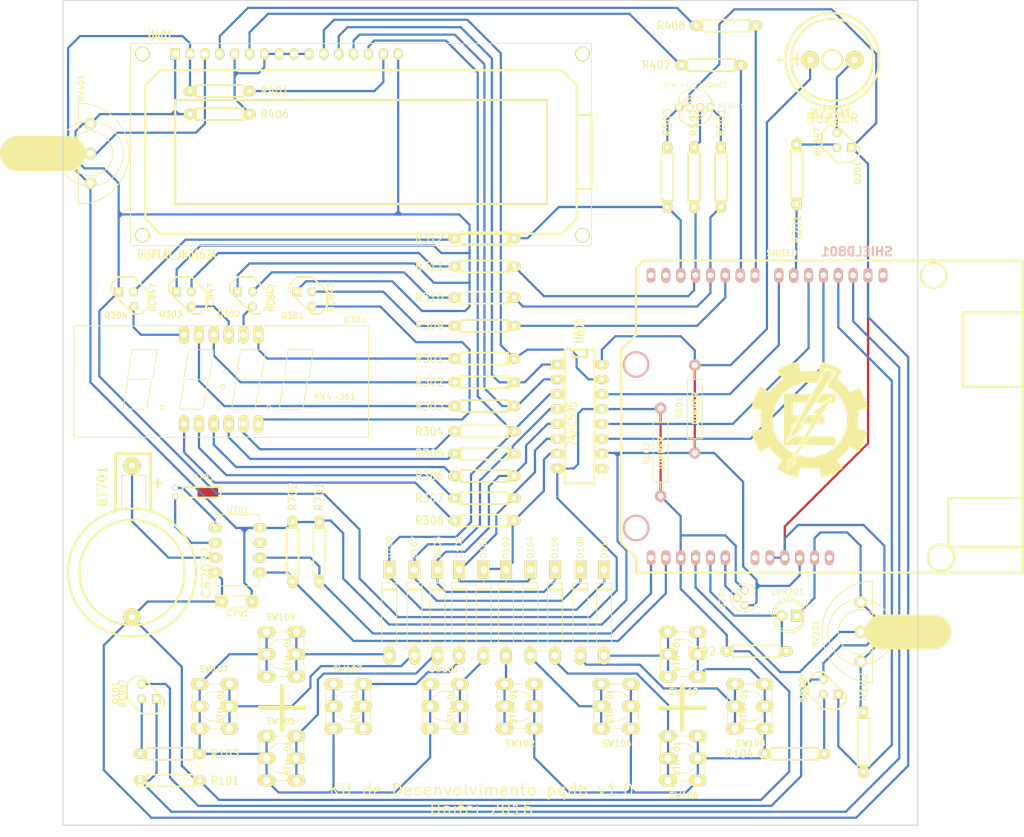
<source format=kicad_pcb>
(kicad_pcb (version 4) (host pcbnew 4.0.4-stable)
  (layers (0 F.Cu signal) (31 B.Cu signal) (34 B.Paste user) (35 F.Paste user) (36 B.SilkS user) (37 F.SilkS user) (38 B.Mask user) (39 F.Mask user) (44 Edge.Cuts user))
  (net 0 "")
  (net 1 +5V)
  (net 2 /AN0)
  (net 3 /AN1)
  (net 4 /D0)
  (net 5 /D1)
  (net 6 /D2)
  (net 7 /D3)
  (net 8 /D4)
  (net 9 /D5)
  (net 10 /D6)
  (net 11 /D7)
  (net 12 /DSP-1)
  (net 13 /DSP-2)
  (net 14 /DSP-3)
  (net 15 /DSP-4)
  (net 16 /EnLCD)
  (net 17 /PEn)
  (net 18 /PWM)
  (net 19 /SCL)
  (net 20 /SDA)
  (net 21 /T1)
  (net 22 /T2)
  (net 23 /VEE)
  (net 24 3V3)
  (net 25 GND)
  (net 26 "Net-(BT701-Pad1)")
  (net 27 "Net-(BZ201-Pad2)")
  (net 28 "Net-(D101-Pad2)")
  (net 29 "Net-(D102-Pad2)")
  (net 30 "Net-(D103-Pad2)")
  (net 31 "Net-(D104-Pad2)")
  (net 32 "Net-(D105-Pad2)")
  (net 33 "Net-(Q101-Pad1)")
  (net 34 "Net-(Q102-Pad1)")
  (net 35 "Net-(Q201-Pad1)")
  (net 36 "Net-(Q301-Pad1)")
  (net 37 "Net-(Q301-Pad3)")
  (net 38 "Net-(Q302-Pad1)")
  (net 39 "Net-(Q302-Pad3)")
  (net 40 "Net-(Q303-Pad1)")
  (net 41 "Net-(Q303-Pad3)")
  (net 42 "Net-(Q304-Pad1)")
  (net 43 "Net-(Q304-Pad3)")
  (net 44 "Net-(R103-Pad2)")
  (net 45 "Net-(R104-Pad2)")
  (net 46 "Net-(R301-Pad2)")
  (net 47 "Net-(R302-Pad2)")
  (net 48 "Net-(R303-Pad2)")
  (net 49 "Net-(R304-Pad2)")
  (net 50 "Net-(R305-Pad2)")
  (net 51 "Net-(R306-Pad2)")
  (net 52 "Net-(R307-Pad2)")
  (net 53 "Net-(R308-Pad2)")
  (net 54 "Net-(R401-Pad2)")
  (net 55 "Net-(R406-Pad2)")
  (net 56 "Net-(R407-Pad2)")
  (net 57 /lcdRS)
  (net 58 "Net-(R408-Pad2)")
  (net 59 "Net-(R501-Pad2)")
  (net 60 "Net-(R502-Pad2)")
  (net 61 "Net-(R503-Pad2)")
  (net 62 /soClk)
  (net 63 /soData)
  (net 64 "Net-(U701-Pad1)")
  (net 65 "Net-(U701-Pad2)")
  (net 66 "Net-(D106-Pad2)")
  (net 67 "Net-(D107-Pad2)")
  (net 68 "Net-(D108-Pad2)")
  (net 69 "Net-(D109-Pad2)")
  (net 70 "Net-(D110-Pad2)")
  (net 71 /AN2)
  (net 72 /RX)
  (net 73 /TX)
  (net 74 "Net-(SHIELD801-PadV_IN)")
  (net 75 "Net-(SHIELD801-PadRST)")
  (net 76 "Net-(SHIELD801-PadAREF)")
  (net 77 "Net-(U601-Pad9)")
  (net 78 "Net-(U701-Pad7)")
  (module bibliotecas:HW_Resistor (layer F.Cu) (at 129.794 73.66 180)
    (fp_text reference R310 (at 9.398 0 180) (layer F.SilkS) (effects (font (size 1.397 1.27) (thickness 0.2032))))
    (fp_text value 10k hide)
    (pad 1 thru_hole oval (at -5.08 0 180) (size 2.2 1.7) (drill 0.8128) (layers *.Cu *.Mask F.SilkS) (net 14 /DSP-3))
    (pad 2 thru_hole oval (at 5.08 0 180) (size 2.2 1.7) (drill 0.8128) (layers *.Cu *.Mask F.SilkS) (net 38 "Net-(Q302-Pad1)"))
  )
  (module bibliotecas:HW_Resistor (layer F.Cu) (at 129.794 78.486 180)
    (fp_text reference R309 (at 9.398 0 180) (layer F.SilkS) (effects (font (size 1.397 1.27) (thickness 0.2032))))
    (fp_text value 10k hide)
    (pad 1 thru_hole oval (at -5.08 0 180) (size 2.2 1.7) (drill 0.8128) (layers *.Cu *.Mask F.SilkS) (net 15 /DSP-4))
    (pad 2 thru_hole oval (at 5.08 0 180) (size 2.2 1.7) (drill 0.8128) (layers *.Cu *.Mask F.SilkS) (net 36 "Net-(Q301-Pad1)"))
  )
  (module bibliotecas:HW_Resistor (layer F.Cu) (at 129.794 111.76 180)
    (fp_text reference R308 (at 9.398 0 180) (layer F.SilkS) (effects (font (size 1.397 1.27) (thickness 0.2032))))
    (fp_text value 1k hide)
    (pad 1 thru_hole oval (at -5.08 0 180) (size 2.2 1.7) (drill 0.8128) (layers *.Cu *.Mask F.SilkS) (net 11 /D7))
    (pad 2 thru_hole oval (at 5.08 0 180) (size 2.2 1.7) (drill 0.8128) (layers *.Cu *.Mask F.SilkS) (net 53 "Net-(R308-Pad2)"))
  )
  (module bibliotecas:HW_Resistor (layer F.Cu) (at 129.794 104.14 180)
    (fp_text reference R306 (at 9.398 0 180) (layer F.SilkS) (effects (font (size 1.397 1.27) (thickness 0.2032))))
    (fp_text value 1k hide)
    (pad 1 thru_hole oval (at -5.08 0 180) (size 2.2 1.7) (drill 0.8128) (layers *.Cu *.Mask F.SilkS) (net 9 /D5))
    (pad 2 thru_hole oval (at 5.08 0 180) (size 2.2 1.7) (drill 0.8128) (layers *.Cu *.Mask F.SilkS) (net 51 "Net-(R306-Pad2)"))
  )
  (module bibliotecas:HW_Resistor (layer F.Cu) (at 129.794 100.33 180)
    (fp_text reference R305 (at 9.398 0 180) (layer F.SilkS) (effects (font (size 1.397 1.27) (thickness 0.2032))))
    (fp_text value 1k hide)
    (pad 1 thru_hole oval (at -5.08 0 180) (size 2.2 1.7) (drill 0.8128) (layers *.Cu *.Mask F.SilkS) (net 8 /D4))
    (pad 2 thru_hole oval (at 5.08 0 180) (size 2.2 1.7) (drill 0.8128) (layers *.Cu *.Mask F.SilkS) (net 50 "Net-(R305-Pad2)"))
  )
  (module bibliotecas:HW_Resistor (layer F.Cu) (at 129.794 68.326 180)
    (fp_text reference R311 (at 9.398 0 180) (layer F.SilkS) (effects (font (size 1.397 1.27) (thickness 0.2032))))
    (fp_text value 10k hide)
    (pad 1 thru_hole oval (at -5.08 0 180) (size 2.2 1.7) (drill 0.8128) (layers *.Cu *.Mask F.SilkS) (net 13 /DSP-2))
    (pad 2 thru_hole oval (at 5.08 0 180) (size 2.2 1.7) (drill 0.8128) (layers *.Cu *.Mask F.SilkS) (net 40 "Net-(Q303-Pad1)"))
  )
  (module bibliotecas:HW_Resistor (layer F.Cu) (at 129.794 84.074 180)
    (fp_text reference R301 (at 9.398 0 180) (layer F.SilkS) (effects (font (size 1.397 1.27) (thickness 0.2032))))
    (fp_text value 1k hide)
    (pad 1 thru_hole oval (at -5.08 0 180) (size 2.2 1.7) (drill 0.8128) (layers *.Cu *.Mask F.SilkS) (net 4 /D0))
    (pad 2 thru_hole oval (at 5.08 0 180) (size 2.2 1.7) (drill 0.8128) (layers *.Cu *.Mask F.SilkS) (net 46 "Net-(R301-Pad2)"))
  )
  (module bibliotecas:HW_Resistor (layer F.Cu) (at 129.794 88.138 180)
    (fp_text reference R302 (at 9.398 0 180) (layer F.SilkS) (effects (font (size 1.397 1.27) (thickness 0.2032))))
    (fp_text value 1k hide)
    (pad 1 thru_hole oval (at -5.08 0 180) (size 2.2 1.7) (drill 0.8128) (layers *.Cu *.Mask F.SilkS) (net 5 /D1))
    (pad 2 thru_hole oval (at 5.08 0 180) (size 2.2 1.7) (drill 0.8128) (layers *.Cu *.Mask F.SilkS) (net 47 "Net-(R302-Pad2)"))
  )
  (module bibliotecas:HW_Resistor (layer F.Cu) (at 129.794 96.52 180)
    (fp_text reference R304 (at 9.398 0 180) (layer F.SilkS) (effects (font (size 1.397 1.27) (thickness 0.2032))))
    (fp_text value 1k hide)
    (pad 1 thru_hole oval (at -5.08 0 180) (size 2.2 1.7) (drill 0.8128) (layers *.Cu *.Mask F.SilkS) (net 7 /D3))
    (pad 2 thru_hole oval (at 5.08 0 180) (size 2.2 1.7) (drill 0.8128) (layers *.Cu *.Mask F.SilkS) (net 49 "Net-(R304-Pad2)"))
  )
  (module bibliotecas:HW_Resistor (layer F.Cu) (at 183.134 52.578 270)
    (fp_text reference R201 (at 9.398 0 270) (layer F.SilkS) (effects (font (size 1.397 1.27) (thickness 0.2032))))
    (fp_text value 10k hide)
    (pad 1 thru_hole oval (at -5.08 0 270) (size 2.2 1.7) (drill 0.8128) (layers *.Cu *.Mask F.SilkS) (net 35 "Net-(Q201-Pad1)"))
    (pad 2 thru_hole oval (at 5.08 0 270) (size 2.2 1.7) (drill 0.8128) (layers *.Cu *.Mask F.SilkS) (net 18 /PWM))
  )
  (module bibliotecas:HW_Resistor (layer F.Cu) (at 84.582 42.291)
    (fp_text reference R406 (at 9.398 0) (layer F.SilkS) (effects (font (size 1.397 1.27) (thickness 0.2032))))
    (fp_text value 1k hide)
    (pad 1 thru_hole oval (at -5.08 0) (size 2.2 1.7) (drill 0.8128) (layers *.Cu *.Mask F.SilkS) (net 25 GND))
    (pad 2 thru_hole oval (at 5.08 0) (size 2.2 1.7) (drill 0.8128) (layers *.Cu *.Mask F.SilkS) (net 55 "Net-(R406-Pad2)"))
  )
  (module bibliotecas:HW_Resistor (layer F.Cu) (at 171.069 27.178 180)
    (fp_text reference R408 (at 9.398 0 180) (layer F.SilkS) (effects (font (size 1.397 1.27) (thickness 0.2032))))
    (fp_text value 1k hide)
    (pad 1 thru_hole oval (at -5.08 0 180) (size 2.2 1.7) (drill 0.8128) (layers *.Cu *.Mask F.SilkS) (net 57 /lcdRS))
    (pad 2 thru_hole oval (at 5.08 0 180) (size 2.2 1.7) (drill 0.8128) (layers *.Cu *.Mask F.SilkS) (net 58 "Net-(R408-Pad2)"))
  )
  (module bibliotecas:HW_Resistor (layer F.Cu) (at 168.529 33.909 180)
    (fp_text reference R407 (at 9.398 0 180) (layer F.SilkS) (effects (font (size 1.397 1.27) (thickness 0.2032))))
    (fp_text value 1k hide)
    (pad 1 thru_hole oval (at -5.08 0 180) (size 2.2 1.7) (drill 0.8128) (layers *.Cu *.Mask F.SilkS) (net 16 /EnLCD))
    (pad 2 thru_hole oval (at 5.08 0 180) (size 2.2 1.7) (drill 0.8128) (layers *.Cu *.Mask F.SilkS) (net 56 "Net-(R407-Pad2)"))
  )
  (module bibliotecas:HW_Resistor (layer F.Cu) (at 129.794 92.202 180)
    (fp_text reference R303 (at 9.398 0 180) (layer F.SilkS) (effects (font (size 1.397 1.27) (thickness 0.2032))))
    (fp_text value 1k hide)
    (pad 1 thru_hole oval (at -5.08 0 180) (size 2.2 1.7) (drill 0.8128) (layers *.Cu *.Mask F.SilkS) (net 6 /D2))
    (pad 2 thru_hole oval (at 5.08 0 180) (size 2.2 1.7) (drill 0.8128) (layers *.Cu *.Mask F.SilkS) (net 48 "Net-(R303-Pad2)"))
  )
  (module bibliotecas:HW_Resistor (layer F.Cu) (at 129.794 63.5 180)
    (fp_text reference R312 (at 9.398 0 180) (layer F.SilkS) (effects (font (size 1.397 1.27) (thickness 0.2032))))
    (fp_text value 10k hide)
    (pad 1 thru_hole oval (at -5.08 0 180) (size 2.2 1.7) (drill 0.8128) (layers *.Cu *.Mask F.SilkS) (net 12 /DSP-1))
    (pad 2 thru_hole oval (at 5.08 0 180) (size 2.2 1.7) (drill 0.8128) (layers *.Cu *.Mask F.SilkS) (net 42 "Net-(Q304-Pad1)"))
  )
  (module bibliotecas:HW_Resistor (layer F.Cu) (at 76.073 151.638)
    (fp_text reference R103 (at 9.398 0) (layer F.SilkS) (effects (font (size 1.397 1.27) (thickness 0.2032))))
    (fp_text value 1k hide)
    (pad 1 thru_hole oval (at -5.08 0) (size 2.2 1.7) (drill 0.8128) (layers *.Cu *.Mask F.SilkS) (net 33 "Net-(Q101-Pad1)"))
    (pad 2 thru_hole oval (at 5.08 0) (size 2.2 1.7) (drill 0.8128) (layers *.Cu *.Mask F.SilkS) (net 44 "Net-(R103-Pad2)"))
  )
  (module bibliotecas:HW_Resistor (layer F.Cu) (at 76.073 156.21)
    (fp_text reference R101 (at 9.398 0) (layer F.SilkS) (effects (font (size 1.397 1.27) (thickness 0.2032))))
    (fp_text value 10k hide)
    (pad 1 thru_hole oval (at -5.08 0) (size 2.2 1.7) (drill 0.8128) (layers *.Cu *.Mask F.SilkS) (net 21 /T1))
    (pad 2 thru_hole oval (at 5.08 0) (size 2.2 1.7) (drill 0.8128) (layers *.Cu *.Mask F.SilkS) (net 25 GND))
  )
  (module bibliotecas:HW_Resistor (layer F.Cu) (at 97.028 117.094 90)
    (fp_text reference R702 (at 9.398 0 90) (layer F.SilkS) (effects (font (size 1.397 1.27) (thickness 0.2032))))
    (fp_text value 10k hide)
    (pad 1 thru_hole oval (at -5.08 0 90) (size 2.2 1.7) (drill 0.8128) (layers *.Cu *.Mask F.SilkS) (net 20 /SDA))
    (pad 2 thru_hole oval (at 5.08 0 90) (size 2.2 1.7) (drill 0.8128) (layers *.Cu *.Mask F.SilkS) (net 1 +5V))
  )
  (module bibliotecas:HW_Resistor (layer F.Cu) (at 101.6 117.094 90)
    (fp_text reference R701 (at 9.398 0 90) (layer F.SilkS) (effects (font (size 1.397 1.27) (thickness 0.2032))))
    (fp_text value 10k hide)
    (pad 1 thru_hole oval (at -5.08 0 90) (size 2.2 1.7) (drill 0.8128) (layers *.Cu *.Mask F.SilkS) (net 19 /SCL))
    (pad 2 thru_hole oval (at 5.08 0 90) (size 2.2 1.7) (drill 0.8128) (layers *.Cu *.Mask F.SilkS) (net 1 +5V))
  )
  (module bibliotecas:HW_Resistor (layer F.Cu) (at 194.564 149.606 90)
    (fp_text reference R102 (at 9.398 0 90) (layer F.SilkS) (effects (font (size 1.397 1.27) (thickness 0.2032))))
    (fp_text value 10k hide)
    (pad 1 thru_hole oval (at -5.08 0 90) (size 2.2 1.7) (drill 0.8128) (layers *.Cu *.Mask F.SilkS) (net 22 /T2))
    (pad 2 thru_hole oval (at 5.08 0 90) (size 2.2 1.7) (drill 0.8128) (layers *.Cu *.Mask F.SilkS) (net 25 GND))
  )
  (module bibliotecas:HW_Resistor (layer F.Cu) (at 161.036 53.086 90)
    (fp_text reference R503 (at 9.398 0 90) (layer F.SilkS) (effects (font (size 1.397 1.27) (thickness 0.2032))))
    (fp_text value 1k hide)
    (pad 1 thru_hole oval (at -5.08 0 90) (size 2.2 1.7) (drill 0.8128) (layers *.Cu *.Mask F.SilkS) (net 12 /DSP-1))
    (pad 2 thru_hole oval (at 5.08 0 90) (size 2.2 1.7) (drill 0.8128) (layers *.Cu *.Mask F.SilkS) (net 61 "Net-(R503-Pad2)"))
  )
  (module bibliotecas:HW_Resistor (layer F.Cu) (at 165.608 53.086 90)
    (fp_text reference R502 (at 9.398 0 90) (layer F.SilkS) (effects (font (size 1.397 1.27) (thickness 0.2032))))
    (fp_text value 1k hide)
    (pad 1 thru_hole oval (at -5.08 0 90) (size 2.2 1.7) (drill 0.8128) (layers *.Cu *.Mask F.SilkS) (net 13 /DSP-2))
    (pad 2 thru_hole oval (at 5.08 0 90) (size 2.2 1.7) (drill 0.8128) (layers *.Cu *.Mask F.SilkS) (net 60 "Net-(R502-Pad2)"))
  )
  (module bibliotecas:HW_Resistor (layer F.Cu) (at 170.18 53.086 90)
    (fp_text reference R501 (at 9.398 0 90) (layer F.SilkS) (effects (font (size 1.397 1.27) (thickness 0.2032))))
    (fp_text value 1k hide)
    (pad 1 thru_hole oval (at -5.08 0 90) (size 2.2 1.7) (drill 0.8128) (layers *.Cu *.Mask F.SilkS) (net 14 /DSP-3))
    (pad 2 thru_hole oval (at 5.08 0 90) (size 2.2 1.7) (drill 0.8128) (layers *.Cu *.Mask F.SilkS) (net 59 "Net-(R501-Pad2)"))
  )
  (module bibliotecas:HW_Resistor (layer F.Cu) (at 182.753 151.638 180)
    (fp_text reference R104 (at 9.398 0 180) (layer F.SilkS) (effects (font (size 1.397 1.27) (thickness 0.2032))))
    (fp_text value 1k hide)
    (pad 1 thru_hole oval (at -5.08 0 180) (size 2.2 1.7) (drill 0.8128) (layers *.Cu *.Mask F.SilkS) (net 34 "Net-(Q102-Pad1)"))
    (pad 2 thru_hole oval (at 5.08 0 180) (size 2.2 1.7) (drill 0.8128) (layers *.Cu *.Mask F.SilkS) (net 45 "Net-(R104-Pad2)"))
  )
  (module bibliotecas:HW_Resistor (layer F.Cu) (at 84.582 38.354)
    (fp_text reference R401 (at 9.398 0) (layer F.SilkS) (effects (font (size 1.397 1.27) (thickness 0.2032))))
    (fp_text value 1k hide)
    (pad 1 thru_hole oval (at -5.08 0) (size 2.2 1.7) (drill 0.8128) (layers *.Cu *.Mask F.SilkS) (net 1 +5V))
    (pad 2 thru_hole oval (at 5.08 0) (size 2.2 1.7) (drill 0.8128) (layers *.Cu *.Mask F.SilkS) (net 54 "Net-(R401-Pad2)"))
  )
  (module bibliotecas:HW_Resistor (layer F.Cu) (at 176.276 134.112 180)
    (fp_text reference R202 (at 9.398 0 180) (layer F.SilkS) (effects (font (size 1.397 1.27) (thickness 0.2032))))
    (fp_text value 10k hide)
    (pad 1 thru_hole oval (at -5.08 0 180) (size 2.2 1.7) (drill 0.8128) (layers *.Cu *.Mask F.SilkS) (net 3 /AN1))
    (pad 2 thru_hole oval (at 5.08 0 180) (size 2.2 1.7) (drill 0.8128) (layers *.Cu *.Mask F.SilkS) (net 25 GND))
  )
  (module bibliotecas:HW_Resistor (layer F.Cu) (at 129.794 107.95 180)
    (fp_text reference R307 (at 9.398 0 180) (layer F.SilkS) (effects (font (size 1.397 1.27) (thickness 0.2032))))
    (fp_text value 1k hide)
    (pad 1 thru_hole oval (at -5.08 0 180) (size 2.2 1.7) (drill 0.8128) (layers *.Cu *.Mask F.SilkS) (net 10 /D6))
    (pad 2 thru_hole oval (at 5.08 0 180) (size 2.2 1.7) (drill 0.8128) (layers *.Cu *.Mask F.SilkS) (net 52 "Net-(R307-Pad2)"))
  )
  (module bibliotecas:LongDiode (layer F.Cu) (at 113.538 127.508 90)
    (fp_text reference D109 (at 11.176 0 90) (layer F.SilkS))
    (fp_text value DIODE)
    (pad 2 thru_hole oval (at -7.35 0 90) (size 3 2) (drill 1.143) (layers *.Cu *.Mask F.SilkS) (net 69 "Net-(D109-Pad2)"))
    (pad 1 thru_hole rect (at 7.35 0 90) (size 3 2) (drill 1.143) (layers *.Cu *.Mask F.SilkS) (net 7 /D3))
  )
  (module bibliotecas:LongDiode (layer F.Cu) (at 150.241 127.508 90)
    (fp_text reference D110 (at 11.176 0 90) (layer F.SilkS))
    (fp_text value DIODE)
    (pad 2 thru_hole oval (at -7.35 0 90) (size 3 2) (drill 1.143) (layers *.Cu *.Mask F.SilkS) (net 70 "Net-(D110-Pad2)"))
    (pad 1 thru_hole rect (at 7.35 0 90) (size 3 2) (drill 1.143) (layers *.Cu *.Mask F.SilkS) (net 7 /D3))
  )
  (module bibliotecas:LongDiode (layer F.Cu) (at 146.177 127.508 90)
    (fp_text reference D108 (at 11.176 0 90) (layer F.SilkS))
    (fp_text value DIODE)
    (pad 2 thru_hole oval (at -7.35 0 90) (size 3 2) (drill 1.143) (layers *.Cu *.Mask F.SilkS) (net 68 "Net-(D108-Pad2)"))
    (pad 1 thru_hole rect (at 7.35 0 90) (size 3 2) (drill 1.143) (layers *.Cu *.Mask F.SilkS) (net 8 /D4))
  )
  (module bibliotecas:LongDiode (layer F.Cu) (at 141.859 127.508 90)
    (fp_text reference D106 (at 11.176 0 90) (layer F.SilkS))
    (fp_text value DIODE)
    (pad 2 thru_hole oval (at -7.35 0 90) (size 3 2) (drill 1.143) (layers *.Cu *.Mask F.SilkS) (net 66 "Net-(D106-Pad2)"))
    (pad 1 thru_hole rect (at 7.35 0 90) (size 3 2) (drill 1.143) (layers *.Cu *.Mask F.SilkS) (net 9 /D5))
  )
  (module bibliotecas:LongDiode (layer F.Cu) (at 137.668 127.508 90)
    (fp_text reference D104 (at 11.176 0 90) (layer F.SilkS))
    (fp_text value DIODE)
    (pad 2 thru_hole oval (at -7.35 0 90) (size 3 2) (drill 1.143) (layers *.Cu *.Mask F.SilkS) (net 31 "Net-(D104-Pad2)"))
    (pad 1 thru_hole rect (at 7.35 0 90) (size 3 2) (drill 1.143) (layers *.Cu *.Mask F.SilkS) (net 10 /D6))
  )
  (module bibliotecas:LongDiode (layer F.Cu) (at 133.477 127.508 90)
    (fp_text reference D102 (at 11.176 0 90) (layer F.SilkS))
    (fp_text value DIODE)
    (pad 2 thru_hole oval (at -7.35 0 90) (size 3 2) (drill 1.143) (layers *.Cu *.Mask F.SilkS) (net 29 "Net-(D102-Pad2)"))
    (pad 1 thru_hole rect (at 7.35 0 90) (size 3 2) (drill 1.143) (layers *.Cu *.Mask F.SilkS) (net 11 /D7))
  )
  (module bibliotecas:LongDiode (layer F.Cu) (at 129.667 127.508 90)
    (fp_text reference D101 (at 11.176 0 90) (layer F.SilkS))
    (fp_text value DIODE)
    (pad 2 thru_hole oval (at -7.35 0 90) (size 3 2) (drill 1.143) (layers *.Cu *.Mask F.SilkS) (net 28 "Net-(D101-Pad2)"))
    (pad 1 thru_hole rect (at 7.35 0 90) (size 3 2) (drill 1.143) (layers *.Cu *.Mask F.SilkS) (net 11 /D7))
  )
  (module bibliotecas:LongDiode (layer F.Cu) (at 125.476 127.508 90)
    (fp_text reference D103 (at 11.176 0 90) (layer F.SilkS))
    (fp_text value DIODE)
    (pad 2 thru_hole oval (at -7.35 0 90) (size 3 2) (drill 1.143) (layers *.Cu *.Mask F.SilkS) (net 30 "Net-(D103-Pad2)"))
    (pad 1 thru_hole rect (at 7.35 0 90) (size 3 2) (drill 1.143) (layers *.Cu *.Mask F.SilkS) (net 10 /D6))
  )
  (module bibliotecas:LongDiode (layer F.Cu) (at 121.793 127.508 90)
    (fp_text reference D105 (at 11.176 0 90) (layer F.SilkS))
    (fp_text value DIODE)
    (pad 2 thru_hole oval (at -7.35 0 90) (size 3 2) (drill 1.143) (layers *.Cu *.Mask F.SilkS) (net 32 "Net-(D105-Pad2)"))
    (pad 1 thru_hole rect (at 7.35 0 90) (size 3 2) (drill 1.143) (layers *.Cu *.Mask F.SilkS) (net 9 /D5))
  )
  (module bibliotecas:LongDiode (layer F.Cu) (at 117.856 127.508 90)
    (fp_text reference D107 (at 11.176 0 90) (layer F.SilkS))
    (fp_text value DIODE)
    (pad 2 thru_hole oval (at -7.35 0 90) (size 3 2) (drill 1.143) (layers *.Cu *.Mask F.SilkS) (net 67 "Net-(D107-Pad2)"))
    (pad 1 thru_hole rect (at 7.35 0 90) (size 3 2) (drill 1.143) (layers *.Cu *.Mask F.SilkS) (net 8 /D4))
  )
  (module HW_TO92-213 (layer F.Cu) (at 99.06 73.914 270)
    (fp_text reference Q301 (at 2.794 2.032 360) (layer F.SilkS) (effects (font (size 1.016 1.016) (thickness 0.2032))))
    (fp_text value BC847 (at -0.254 -4.572 270) (layer F.SilkS) (effects (font (size 1.016 1.016) (thickness 0.2032))))
    (pad 2 thru_hole rect (at -1.27 1.27 270) (size 1.5 1.5) (drill 0.8128) (layers *.Cu *.Mask F.SilkS) (net 25 GND))
    (pad 1 thru_hole circle (at -1.27 -1.27 270) (size 1.5 1.5) (drill 0.8128) (layers *.Cu *.Mask F.SilkS) (net 36 "Net-(Q301-Pad1)"))
    (pad 3 thru_hole circle (at 1.27 -1.27 270) (size 1.5 1.5) (drill 0.8128) (layers *.Cu *.Mask F.SilkS) (net 37 "Net-(Q301-Pad3)"))
  )
  (module HW_TO92-213 (layer F.Cu) (at 88.9 73.914 270)
    (fp_text reference Q302 (at 2.54 2.794 360) (layer F.SilkS) (effects (font (size 1.016 1.016) (thickness 0.2032))))
    (fp_text value BC847 (at -0.254 -4.572 270) (layer F.SilkS) (effects (font (size 1.016 1.016) (thickness 0.2032))))
    (pad 2 thru_hole rect (at -1.27 1.27 270) (size 1.5 1.5) (drill 0.8128) (layers *.Cu *.Mask F.SilkS) (net 25 GND))
    (pad 1 thru_hole circle (at -1.27 -1.27 270) (size 1.5 1.5) (drill 0.8128) (layers *.Cu *.Mask F.SilkS) (net 38 "Net-(Q302-Pad1)"))
    (pad 3 thru_hole circle (at 1.27 -1.27 270) (size 1.5 1.5) (drill 0.8128) (layers *.Cu *.Mask F.SilkS) (net 39 "Net-(Q302-Pad3)"))
  )
  (module HW_TO92-213 (layer F.Cu) (at 191.262 46.736 90)
    (fp_text reference Q201 (at -5.588 2.286 90) (layer F.SilkS) (effects (font (size 1.016 1.016) (thickness 0.2032))))
    (fp_text value BC847 (at -0.254 -4.572 90) (layer F.SilkS) (effects (font (size 1.016 1.016) (thickness 0.2032))))
    (pad 2 thru_hole rect (at -1.27 1.27 90) (size 1.5 1.5) (drill 0.8128) (layers *.Cu *.Mask F.SilkS) (net 25 GND))
    (pad 1 thru_hole circle (at -1.27 -1.27 90) (size 1.5 1.5) (drill 0.8128) (layers *.Cu *.Mask F.SilkS) (net 35 "Net-(Q201-Pad1)"))
    (pad 3 thru_hole circle (at 1.27 -1.27 90) (size 1.5 1.5) (drill 0.8128) (layers *.Cu *.Mask F.SilkS) (net 27 "Net-(BZ201-Pad2)"))
  )
  (module HW_TO92-213 (layer F.Cu) (at 72.517 140.97 90)
    (fp_text reference Q101 (at -0.254 -5.715 90) (layer F.SilkS) (effects (font (size 1.016 1.016) (thickness 0.2032))))
    (fp_text value BC847 (at -0.254 -4.572 270) (layer F.SilkS) (effects (font (size 1.016 1.016) (thickness 0.2032))))
    (pad 2 thru_hole rect (at -1.27 1.27 90) (size 1.5 1.5) (drill 0.8128) (layers *.Cu *.Mask F.SilkS) (net 21 /T1))
    (pad 1 thru_hole circle (at -1.27 -1.27 90) (size 1.5 1.5) (drill 0.8128) (layers *.Cu *.Mask F.SilkS) (net 33 "Net-(Q101-Pad1)"))
    (pad 3 thru_hole circle (at 1.27 -1.27 90) (size 1.5 1.5) (drill 0.8128) (layers *.Cu *.Mask F.SilkS) (net 24 3V3))
  )
  (module HW_TO92-213 (layer F.Cu) (at 188.976 140.208 90)
    (fp_text reference Q102 (at -0.254 -4.826 90) (layer F.SilkS) (effects (font (size 1.016 1.016) (thickness 0.2032))))
    (fp_text value BC847 (at -0.254 -4.572 90) (layer F.SilkS) (effects (font (size 1.016 1.016) (thickness 0.2032))))
    (pad 2 thru_hole rect (at -1.27 1.27 90) (size 1.5 1.5) (drill 0.8128) (layers *.Cu *.Mask F.SilkS) (net 22 /T2))
    (pad 1 thru_hole circle (at -1.27 -1.27 90) (size 1.5 1.5) (drill 0.8128) (layers *.Cu *.Mask F.SilkS) (net 34 "Net-(Q102-Pad1)"))
    (pad 3 thru_hole circle (at 1.27 -1.27 90) (size 1.5 1.5) (drill 0.8128) (layers *.Cu *.Mask F.SilkS) (net 24 3V3))
  )
  (module HW_TO92-213 (layer F.Cu) (at 78.486 73.914 270)
    (fp_text reference Q303 (at 2.54 2.286 360) (layer F.SilkS) (effects (font (size 1.016 1.016) (thickness 0.2032))))
    (fp_text value BC847 (at -0.254 -4.572 270) (layer F.SilkS) (effects (font (size 1.016 1.016) (thickness 0.2032))))
    (pad 2 thru_hole rect (at -1.27 1.27 270) (size 1.5 1.5) (drill 0.8128) (layers *.Cu *.Mask F.SilkS) (net 25 GND))
    (pad 1 thru_hole circle (at -1.27 -1.27 270) (size 1.5 1.5) (drill 0.8128) (layers *.Cu *.Mask F.SilkS) (net 40 "Net-(Q303-Pad1)"))
    (pad 3 thru_hole circle (at 1.27 -1.27 270) (size 1.5 1.5) (drill 0.8128) (layers *.Cu *.Mask F.SilkS) (net 41 "Net-(Q303-Pad3)"))
  )
  (module HW_TO92-213 (layer F.Cu) (at 68.58 73.914 270)
    (fp_text reference Q304 (at 2.794 1.778 360) (layer F.SilkS) (effects (font (size 1.016 1.016) (thickness 0.2032))))
    (fp_text value BC847 (at -0.254 -4.572 270) (layer F.SilkS) (effects (font (size 1.016 1.016) (thickness 0.2032))))
    (pad 2 thru_hole rect (at -1.27 1.27 270) (size 1.5 1.5) (drill 0.8128) (layers *.Cu *.Mask F.SilkS) (net 25 GND))
    (pad 1 thru_hole circle (at -1.27 -1.27 270) (size 1.5 1.5) (drill 0.8128) (layers *.Cu *.Mask F.SilkS) (net 42 "Net-(Q304-Pad1)"))
    (pad 3 thru_hole circle (at 1.27 -1.27 270) (size 1.5 1.5) (drill 0.8128) (layers *.Cu *.Mask F.SilkS) (net 43 "Net-(Q304-Pad3)"))
  )
  (module arduino_shields:ARDUINO_SHIELD_2 (layer B.Cu) (at 221.742 120.65 180)
    (fp_text reference SHIELD801 (at 28.321 54.864 180) (layer B.SilkS) (effects (font (thickness 0.3048)) (justify mirror)))
    (fp_text value ARDUINO_SHIELD hide)
    (pad "" thru_hole circle (at 66.04 7.62 180) (size 4.5 4.5) (drill 3.8) (layers *.Cu *.Mask B.SilkS))
    (pad AD5 thru_hole oval (at 63.5 2.54 90) (size 2.54 1.524) (drill 1) (layers *.Cu *.Mask B.SilkS) (net 19 /SCL))
    (pad AD4 thru_hole oval (at 60.96 2.54 90) (size 2.54 1.524) (drill 1) (layers *.Cu *.Mask B.SilkS) (net 20 /SDA))
    (pad AD3 thru_hole oval (at 58.42 2.54 90) (size 2.54 1.524) (drill 1) (layers *.Cu *.Mask B.SilkS) (net 25 GND))
    (pad AD0 thru_hole oval (at 50.8 2.54 90) (size 2.54 1.524) (drill 1) (layers *.Cu *.Mask B.SilkS) (net 2 /AN0))
    (pad AD1 thru_hole oval (at 53.34 2.54 90) (size 2.54 1.524) (drill 1) (layers *.Cu *.Mask B.SilkS) (net 3 /AN1))
    (pad AD2 thru_hole oval (at 55.88 2.54 90) (size 2.54 1.524) (drill 1) (layers *.Cu *.Mask B.SilkS) (net 71 /AN2))
    (pad V_IN thru_hole oval (at 45.72 2.54 90) (size 2.54 1.524) (drill 1) (layers *.Cu *.Mask B.SilkS) (net 74 "Net-(SHIELD801-PadV_IN)"))
    (pad GND2 thru_hole oval (at 43.18 2.54 90) (size 2.54 1.524) (drill 1) (layers *.Cu *.Mask B.SilkS) (net 25 GND))
    (pad GND1 thru_hole oval (at 40.64 2.54 90) (size 2.54 1.524) (drill 1) (layers *.Cu *.Mask B.SilkS) (net 25 GND))
    (pad 3V3 thru_hole oval (at 35.56 2.54 90) (size 2.54 1.524) (drill 1) (layers *.Cu *.Mask B.SilkS) (net 24 3V3))
    (pad RST thru_hole oval (at 33.02 2.54 90) (size 2.54 1.524) (drill 1) (layers *.Cu *.Mask B.SilkS) (net 75 "Net-(SHIELD801-PadRST)"))
    (pad 0 thru_hole oval (at 63.5 50.8 90) (size 2.54 1.524) (drill 1) (layers *.Cu *.Mask B.SilkS) (net 72 /RX))
    (pad 1 thru_hole oval (at 60.96 50.8 90) (size 2.54 1.524) (drill 1) (layers *.Cu *.Mask B.SilkS) (net 73 /TX))
    (pad 2 thru_hole oval (at 58.42 50.8 90) (size 2.54 1.524) (drill 1) (layers *.Cu *.Mask B.SilkS) (net 12 /DSP-1))
    (pad 3 thru_hole oval (at 55.88 50.8 90) (size 2.54 1.524) (drill 1) (layers *.Cu *.Mask B.SilkS) (net 13 /DSP-2))
    (pad 4 thru_hole oval (at 53.34 50.8 90) (size 2.54 1.524) (drill 1) (layers *.Cu *.Mask B.SilkS) (net 14 /DSP-3))
    (pad 5 thru_hole oval (at 50.8 50.8 90) (size 2.54 1.524) (drill 1) (layers *.Cu *.Mask B.SilkS) (net 15 /DSP-4))
    (pad 6 thru_hole oval (at 48.26 50.8 90) (size 2.54 1.524) (drill 1) (layers *.Cu *.Mask B.SilkS) (net 16 /EnLCD))
    (pad 7 thru_hole oval (at 45.72 50.8 90) (size 2.54 1.524) (drill 1) (layers *.Cu *.Mask B.SilkS) (net 57 /lcdRS))
    (pad 8 thru_hole oval (at 41.656 50.8 90) (size 2.54 1.524) (drill 1) (layers *.Cu *.Mask B.SilkS) (net 63 /soData))
    (pad 9 thru_hole oval (at 39.116 50.8 90) (size 2.54 1.524) (drill 1) (layers *.Cu *.Mask B.SilkS) (net 18 /PWM))
    (pad 10 thru_hole oval (at 36.576 50.8 90) (size 2.54 1.524) (drill 1) (layers *.Cu *.Mask B.SilkS) (net 17 /PEn))
    (pad 11 thru_hole oval (at 34.036 50.8 90) (size 2.54 1.524) (drill 1) (layers *.Cu *.Mask B.SilkS) (net 62 /soClk))
    (pad 12 thru_hole oval (at 31.496 50.8 90) (size 2.54 1.524) (drill 1) (layers *.Cu *.Mask B.SilkS) (net 22 /T2))
    (pad 13 thru_hole oval (at 28.956 50.8 90) (size 2.54 1.524) (drill 1) (layers *.Cu *.Mask B.SilkS) (net 21 /T1))
    (pad GND3 thru_hole oval (at 26.416 50.8 90) (size 2.54 1.524) (drill 1) (layers *.Cu *.Mask B.SilkS) (net 25 GND))
    (pad AREF thru_hole oval (at 23.876 50.8 90) (size 2.54 1.524) (drill 1) (layers *.Cu *.Mask B.SilkS) (net 76 "Net-(SHIELD801-PadAREF)"))
    (pad 5V thru_hole oval (at 38.1 2.54 90) (size 2.54 1.524) (drill 1) (layers *.Cu *.Mask B.SilkS) (net 1 +5V))
    (pad "" thru_hole circle (at 66.04 35.56 180) (size 4.5 4.5) (drill 3.8) (layers *.Cu *.Mask B.SilkS))
  )
  (module HW_Buzzer (layer F.Cu) (at 189.23 33.02)
    (fp_text reference BZ201 (at -0.254 9.144) (layer F.SilkS) (effects (font (thickness 0.3048))))
    (fp_text value BUZZER (at 0 9.99998) (layer F.SilkS) (effects (font (thickness 0.3048))))
    (fp_text user + (at -9.017 -0.127) (layer F.SilkS) (effects (font (thickness 0.3048))))
    (pad 1 thru_hole circle (at -3.79984 0) (size 3 3) (drill 1.00076) (layers *.Cu *.Mask F.SilkS) (net 1 +5V))
    (pad 2 thru_hole circle (at 3.79984 0) (size 3 3) (drill 1.00076) (layers *.Cu *.Mask F.SilkS) (net 27 "Net-(BZ201-Pad2)"))
  )
  (module Crystals:Crystal_Round_Horizontal_2mm (layer F.Cu) (at 76.962 106.934 270)
    (fp_text reference X701 (at -2.54 -4.826 360) (layer F.SilkS))
    (fp_text value "32.768 KHz")
    (pad 1 thru_hole circle (at -0.7493 0 270) (size 1.00076 1.00076) (drill 0.59944) (layers *.Cu *.Mask F.SilkS) (net 64 "Net-(U701-Pad1)"))
    (pad 2 thru_hole circle (at 0.7493 0 270) (size 1.00076 1.00076) (drill 0.59944) (layers *.Cu *.Mask F.SilkS) (net 65 "Net-(U701-Pad2)"))
    (pad "" smd rect (at 0 -5.588 270) (size 1.524 3.524) (layers F.Cu F.Paste F.Mask))
  )
  (module Resistors_ThroughHole:Resistor_Horizontal_RM15mm (layer F.Cu) (at 159.893 100.076 90)
    (fp_text reference R602 (at -0.254 -2.413 90) (layer F.SilkS))
    (fp_text value 0k)
    (pad 1 thru_hole circle (at -7.5 0 90) (size 1.99898 1.99898) (drill 1.00076) (layers *.Cu *.SilkS *.Mask) (net 25 GND))
    (pad 2 thru_hole circle (at 7.5 0 90) (size 1.99898 1.99898) (drill 1.00076) (layers *.Cu *.SilkS *.Mask) (net 25 GND))
  )
  (module HW_CR2032H (layer F.Cu) (at 69.596 120.65 90)
    (fp_text reference BT701 (at 14.732 -5.08 90) (layer F.SilkS) (effects (font (thickness 0.3048))))
    (fp_text value CR2032 (at 0 12.7 90) (layer F.SilkS) (effects (font (thickness 0.3048))))
    (pad 2 thru_hole circle (at -7.62 0 90) (size 3 3) (drill 1.016) (layers *.Cu *.Mask F.SilkS) (net 25 GND))
    (pad 1 thru_hole circle (at 18.288 0 90) (size 3 3) (drill 1.016) (layers *.Cu *.Mask F.SilkS) (net 26 "Net-(BT701-Pad1)"))
  )
  (module HW_Potenciometro_2 (layer F.Cu) (at 194.056 130.81 90)
    (fp_text reference RV201 (at -0.254 -7.62 90) (layer F.SilkS))
    (fp_text value POT (at 0 6.858 90) (layer F.SilkS))
    (pad 1 thru_hole circle (at -5.08 0 90) (size 2 2) (drill 1.2) (layers *.Cu *.Mask F.SilkS) (net 25 GND))
    (pad 2 thru_hole circle (at 0 0 90) (size 2 2) (drill 1.2) (layers *.Cu *.Mask F.SilkS) (net 71 /AN2))
    (pad 3 thru_hole circle (at 5.08 0 90) (size 2 2) (drill 1.2) (layers *.Cu *.Mask F.SilkS) (net 24 3V3))
  )
  (module HW_Potenciometro_2 (layer F.Cu) (at 62.484 49.022 270)
    (fp_text reference RV401 (at -11.176 1.524 270) (layer F.SilkS))
    (fp_text value POT (at 0 6.858 270) (layer F.SilkS))
    (pad 1 thru_hole circle (at -5.08 0 270) (size 2 2) (drill 1.2) (layers *.Cu *.Mask F.SilkS) (net 25 GND))
    (pad 2 thru_hole circle (at 0 0 270) (size 2 2) (drill 1.2) (layers *.Cu *.Mask F.SilkS) (net 23 /VEE))
    (pad 3 thru_hole circle (at 5.08 0 270) (size 2 2) (drill 1.2) (layers *.Cu *.Mask F.SilkS) (net 1 +5V))
  )
  (module HW_LCD (layer F.Cu) (at 71.374 32.004)
    (fp_text reference U401 (at 3.048 -3.048) (layer F.SilkS) (effects (font (size 1.72974 1.08712) (thickness 0.27178))))
    (fp_text value DISPLAY_JHD162A (at 5.842 34.29) (layer F.SilkS) (effects (font (size 1.524 1.016) (thickness 0.254))))
    (pad "" thru_hole circle (at 75.184 30.988) (size 2.49936 2.49936) (drill 2) (layers *.Cu *.Mask F.SilkS))
    (pad "" thru_hole circle (at 0 31 90) (size 2.49936 2.49936) (drill 2) (layers *.Cu *.Mask F.SilkS))
    (pad 1 thru_hole rect (at 5.588 0) (size 1.5 2) (drill 1.00076) (layers *.Cu *.Mask B.Paste F.SilkS) (net 25 GND))
    (pad 2 thru_hole oval (at 8.128 0) (size 1.5 2) (drill 1.00076) (layers *.Cu *.Mask B.Paste F.SilkS) (net 1 +5V))
    (pad 3 thru_hole oval (at 10.668 0) (size 1.5 2) (drill 1.00076) (layers *.Cu *.Mask B.Paste F.SilkS) (net 23 /VEE))
    (pad 4 thru_hole oval (at 13.208 0) (size 1.5 2) (drill 1.00076) (layers *.Cu *.Mask B.Paste F.SilkS) (net 58 "Net-(R408-Pad2)"))
    (pad 5 thru_hole oval (at 15.748 0) (size 1.5 2) (drill 1.00076) (layers *.Cu *.Mask B.Paste F.SilkS) (net 55 "Net-(R406-Pad2)"))
    (pad 6 thru_hole oval (at 18.288 0) (size 1.5 2) (drill 1.00076) (layers *.Cu *.Mask B.Paste F.SilkS) (net 56 "Net-(R407-Pad2)"))
    (pad 7 thru_hole oval (at 20.828 0) (size 1.5 2) (drill 1.00076) (layers *.Cu *.Mask B.Paste F.SilkS) (net 55 "Net-(R406-Pad2)"))
    (pad 8 thru_hole oval (at 23.368 0) (size 1.5 2) (drill 1.00076) (layers *.Cu *.Mask B.Paste F.SilkS) (net 55 "Net-(R406-Pad2)"))
    (pad 9 thru_hole oval (at 25.908 0) (size 1.5 2) (drill 1.00076) (layers *.Cu *.Mask B.Paste F.SilkS) (net 55 "Net-(R406-Pad2)"))
    (pad 10 thru_hole oval (at 28.448 0) (size 1.5 2) (drill 1.00076) (layers *.Cu *.Mask B.Paste F.SilkS) (net 55 "Net-(R406-Pad2)"))
    (pad 11 thru_hole oval (at 30.988 0) (size 1.5 2) (drill 1.00076) (layers *.Cu *.Mask B.Paste F.SilkS) (net 4 /D0))
    (pad 12 thru_hole oval (at 33.528 0) (size 1.5 2) (drill 1.00076) (layers *.Cu *.Mask B.Paste F.SilkS) (net 5 /D1))
    (pad 13 thru_hole oval (at 36.068 0) (size 1.5 2) (drill 1.00076) (layers *.Cu *.Mask B.Paste F.SilkS) (net 6 /D2))
    (pad 14 thru_hole oval (at 38.608 0) (size 1.5 2) (drill 1.00076) (layers *.Cu *.Mask B.Paste F.SilkS) (net 7 /D3))
    (pad 15 thru_hole oval (at 41.148 0) (size 1.5 2) (drill 1.00076) (layers *.Cu *.Mask B.Paste F.SilkS) (net 54 "Net-(R401-Pad2)"))
    (pad 16 thru_hole oval (at 43.688 0) (size 1.5 2) (drill 1.00076) (layers *.Cu *.Mask B.Paste F.SilkS) (net 25 GND))
    (pad "" thru_hole circle (at 0 0 90) (size 2.49936 2.49936) (drill 2) (layers *.Cu *.Mask F.SilkS))
    (pad "" thru_hole circle (at 75.184 0) (size 2.49936 2.49936) (drill 2) (layers *.Cu *.Mask F.SilkS))
  )
  (module HW_DIP-16__300_ELL (layer F.Cu) (at 146.05 93.98 270)
    (fp_text reference U601 (at -14.732 0 270) (layer F.SilkS) (effects (font (size 1.524 1.143) (thickness 0.3048))))
    (fp_text value 74HC595 (at 1.27 1.27 270) (layer F.SilkS) (effects (font (size 1.524 1.143) (thickness 0.3048))))
    (pad 1 thru_hole rect (at -8.89 3.81 270) (size 1.5748 2.286) (drill 0.8128) (layers *.Cu *.Mask F.SilkS) (net 5 /D1))
    (pad 2 thru_hole oval (at -6.35 3.81 270) (size 1.5748 2.286) (drill 0.8128) (layers *.Cu *.Mask F.SilkS) (net 6 /D2))
    (pad 3 thru_hole oval (at -3.81 3.81 270) (size 1.5748 2.286) (drill 0.8128) (layers *.Cu *.Mask F.SilkS) (net 7 /D3))
    (pad 4 thru_hole oval (at -1.27 3.81 270) (size 1.5748 2.286) (drill 0.8128) (layers *.Cu *.Mask F.SilkS) (net 8 /D4))
    (pad 5 thru_hole oval (at 1.27 3.81 270) (size 1.5748 2.286) (drill 0.8128) (layers *.Cu *.Mask F.SilkS) (net 9 /D5))
    (pad 6 thru_hole oval (at 3.81 3.81 270) (size 1.5748 2.286) (drill 0.8128) (layers *.Cu *.Mask F.SilkS) (net 10 /D6))
    (pad 7 thru_hole oval (at 6.35 3.81 270) (size 1.5748 2.286) (drill 0.8128) (layers *.Cu *.Mask F.SilkS) (net 11 /D7))
    (pad 8 thru_hole oval (at 8.89 3.81 270) (size 1.5748 2.286) (drill 0.8128) (layers *.Cu *.Mask F.SilkS) (net 25 GND))
    (pad 9 thru_hole oval (at 8.89 -3.81 270) (size 1.5748 2.286) (drill 0.8128) (layers *.Cu *.Mask F.SilkS) (net 77 "Net-(U601-Pad9)"))
    (pad 10 thru_hole oval (at 6.35 -3.81 270) (size 1.5748 2.286) (drill 0.8128) (layers *.Cu *.Mask F.SilkS) (net 1 +5V))
    (pad 11 thru_hole oval (at 3.81 -3.81 270) (size 1.5748 2.286) (drill 0.8128) (layers *.Cu *.Mask F.SilkS) (net 62 /soClk))
    (pad 12 thru_hole oval (at 1.27 -3.81 270) (size 1.5748 2.286) (drill 0.8128) (layers *.Cu *.Mask F.SilkS) (net 17 /PEn))
    (pad 13 thru_hole oval (at -1.27 -3.81 270) (size 1.5748 2.286) (drill 0.8128) (layers *.Cu *.Mask F.SilkS) (net 25 GND))
    (pad 14 thru_hole oval (at -3.81 -3.81 270) (size 1.5748 2.286) (drill 0.8128) (layers *.Cu *.Mask F.SilkS) (net 63 /soData))
    (pad 15 thru_hole oval (at -6.35 -3.81 270) (size 1.5748 2.286) (drill 0.8128) (layers *.Cu *.Mask F.SilkS) (net 4 /D0))
    (pad 16 thru_hole oval (at -8.89 -3.81 270) (size 1.5748 2.286) (drill 0.8128) (layers *.Cu *.Mask F.SilkS) (net 1 +5V))
  )
  (module HW_CAPACITOR (layer F.Cu) (at 87.503 125.603)
    (fp_text reference C701 (at 0.127 2.032) (layer F.SilkS) (effects (font (size 1.016 1.016) (thickness 0.2032))))
    (fp_text value 10nF hide)
    (pad 1 thru_hole circle (at -2.54 0) (size 2 2) (drill 0.8128) (layers *.Cu *.Mask F.SilkS) (net 25 GND))
    (pad 2 thru_hole circle (at 2.54 0) (size 2 2) (drill 0.8128) (layers *.Cu *.Mask F.SilkS) (net 1 +5V))
  )
  (module Housings_DIP:DIP-8_W7.62mm_LongPads (layer F.Cu) (at 83.82 113.03)
    (fp_text reference U701 (at 3.81 -3.048) (layer F.SilkS))
    (fp_text value DS1307Z)
    (pad 1 thru_hole oval (at 0 0) (size 2.3 1.6) (drill 0.8) (layers *.Cu *.Mask F.SilkS) (net 64 "Net-(U701-Pad1)"))
    (pad 2 thru_hole oval (at 0 2.54) (size 2.3 1.6) (drill 0.8) (layers *.Cu *.Mask F.SilkS) (net 65 "Net-(U701-Pad2)"))
    (pad 3 thru_hole oval (at 0 5.08) (size 2.3 1.6) (drill 0.8) (layers *.Cu *.Mask F.SilkS) (net 26 "Net-(BT701-Pad1)"))
    (pad 4 thru_hole oval (at 0 7.62) (size 2.3 1.6) (drill 0.8) (layers *.Cu *.Mask F.SilkS) (net 25 GND))
    (pad 5 thru_hole oval (at 7.62 7.62) (size 2.3 1.6) (drill 0.8) (layers *.Cu *.Mask F.SilkS) (net 20 /SDA))
    (pad 6 thru_hole oval (at 7.62 5.08) (size 2.3 1.6) (drill 0.8) (layers *.Cu *.Mask F.SilkS) (net 19 /SCL))
    (pad 7 thru_hole oval (at 7.62 2.54) (size 2.3 1.6) (drill 0.8) (layers *.Cu *.Mask F.SilkS) (net 78 "Net-(U701-Pad7)"))
    (pad 8 thru_hole oval (at 7.62 0) (size 2.3 1.6) (drill 0.8) (layers *.Cu *.Mask F.SilkS) (net 1 +5V))
  )
  (module LEDs:LED-5MM (layer F.Cu) (at 183.134 128.016 180)
    (fp_text reference LDR201 (at 1.524 4.064 180) (layer F.SilkS))
    (fp_text value LDR)
    (fp_text user K (at -1.905 1.905 180) (layer F.SilkS))
    (pad 1 thru_hole rect (at 0 0 270) (size 2 1.9) (drill 1.00076) (layers *.Cu *.Mask F.SilkS) (net 24 3V3))
    (pad 2 thru_hole circle (at 2.54 0 180) (size 1.9 1.9) (drill 1.00076) (layers *.Cu *.Mask F.SilkS) (net 3 /AN1))
  )
  (module Resistors_ThroughHole:Resistor_Horizontal_RM15mm (layer F.Cu) (at 165.735 92.71 270)
    (fp_text reference R601 (at -0.254 2.667 270) (layer F.SilkS))
    (fp_text value 0k)
    (pad 1 thru_hole circle (at -7.5 0 270) (size 1.99898 1.99898) (drill 1.00076) (layers *.Cu *.SilkS *.Mask) (net 1 +5V))
    (pad 2 thru_hole circle (at 7.5 0 270) (size 1.99898 1.99898) (drill 1.00076) (layers *.Cu *.SilkS *.Mask) (net 1 +5V))
  )
  (module bibliotecas:unifei_pq_raio (layer F.Cu) (at 185.166 94.488)
    (fp_text reference G*** hide)
    (fp_text value LOGO hide)
  )
  (module bibliotecas:HW_Disp_7seg_4dig (layer F.Cu) (at 84.836 87.63)
    (fp_text reference U301 (at 22.86 -10.16) (layer F.SilkS))
    (fp_text value KW4-361 (at 19.3675 2.921) (layer F.SilkS))
    (pad 1 thru_hole oval (at -6.35 7.62) (size 1.7 3) (drill 1) (layers *.Cu *.Mask F.SilkS) (net 53 "Net-(R308-Pad2)"))
    (pad 2 thru_hole oval (at -3.81 7.62) (size 1.7 3) (drill 1) (layers *.Cu *.Mask F.SilkS) (net 52 "Net-(R307-Pad2)"))
    (pad 3 thru_hole oval (at -1.27 7.62) (size 1.7 3) (drill 1) (layers *.Cu *.Mask F.SilkS) (net 51 "Net-(R306-Pad2)"))
    (pad 4 thru_hole oval (at 1.27 7.62) (size 1.7 3) (drill 1) (layers *.Cu *.Mask F.SilkS) (net 50 "Net-(R305-Pad2)"))
    (pad 5 thru_hole oval (at 3.81 7.62) (size 1.7 3) (drill 1) (layers *.Cu *.Mask F.SilkS) (net 49 "Net-(R304-Pad2)"))
    (pad 6 thru_hole oval (at 6.35 7.62) (size 1.7 3) (drill 1) (layers *.Cu *.Mask F.SilkS) (net 37 "Net-(Q301-Pad3)"))
    (pad 7 thru_hole oval (at 6.35 -7.62) (size 1.7 3) (drill 1) (layers *.Cu *.Mask F.SilkS) (net 46 "Net-(R301-Pad2)"))
    (pad 8 thru_hole oval (at 3.81 -7.62) (size 1.7 3) (drill 1) (layers *.Cu *.Mask F.SilkS) (net 39 "Net-(Q302-Pad3)"))
    (pad 9 thru_hole oval (at 1.27 -7.62) (size 1.7 3) (drill 1) (layers *.Cu *.Mask F.SilkS) (net 41 "Net-(Q303-Pad3)"))
    (pad 10 thru_hole oval (at -1.27 -7.62) (size 1.7 3) (drill 1) (layers *.Cu *.Mask F.SilkS) (net 47 "Net-(R302-Pad2)"))
    (pad 11 thru_hole oval (at -3.81 -7.62) (size 1.7 3) (drill 1) (layers *.Cu *.Mask F.SilkS) (net 48 "Net-(R303-Pad2)"))
    (pad 12 thru_hole oval (at -6.35 -7.62) (size 1.7 3) (drill 1) (layers *.Cu *.Mask F.SilkS) (net 43 "Net-(Q304-Pad3)"))
  )
  (module bibliotecas:LM35 (layer F.Cu) (at 174.244 126.238 90)
    (fp_text reference U201 (at 1.27 -3.81 270) (layer F.SilkS))
    (fp_text value LM35)
    (pad 2 thru_hole circle (at 1.27 -1.27 180) (size 1.4 1.4) (drill 0.8) (layers *.Cu *.Mask F.SilkS) (net 2 /AN0))
    (pad 3 thru_hole circle (at 2.54 0 180) (size 1.4 1.4) (drill 0.8) (layers *.Cu *.Mask F.SilkS) (net 25 GND))
    (pad 1 thru_hole circle (at 0 0 180) (size 1.4 1.4) (drill 0.8) (layers *.Cu *.Mask F.SilkS) (net 1 +5V))
  )
  (module bibliotecas:HW_LED-5MM-RGB (layer F.Cu) (at 165.862 41.148 180)
    (fp_text reference RGB501 (at -6.096 0.254 180) (layer F.SilkS) (effects (font (size 0.762 0.762) (thickness 0.0889))))
    (fp_text value ASMT-YTC2-0AA02 (at 0 3.81 180) (layer F.SilkS) (effects (font (size 0.762 0.762) (thickness 0.0889))))
    (pad 4 thru_hole circle (at -2.54 0) (size 1.4 1.4) (drill 0.8128) (layers *.Cu *.Mask F.SilkS) (net 59 "Net-(R501-Pad2)"))
    (pad 3 thru_hole circle (at -0.762 0) (size 1.4 1.4) (drill 0.8128) (layers *.Cu *.Mask F.SilkS) (net 60 "Net-(R502-Pad2)"))
    (pad 1 thru_hole circle (at 2.794 0) (size 1.4 1.4) (drill 0.8128) (layers *.Cu *.Mask F.SilkS) (net 61 "Net-(R503-Pad2)"))
    (pad 2 thru_hole circle (at 1.016 0) (size 1.4 1.4) (drill 0.8128) (layers *.Cu *.Mask F.SilkS) (net 25 GND))
  )
  (module bibliotecas:HW_Switch_tactil_adaptada (layer F.Cu) (at 163.703 152.4 270)
    (fp_text reference SW106 (at 6.35 -0.127 360) (layer F.SilkS) (effects (font (size 1.016 1.016) (thickness 0.2032))))
    (fp_text value BTN-01 (at 0 1.016 270) (layer F.SilkS) (effects (font (size 1.016 1.016) (thickness 0.2032))))
    (pad 2 thru_hole oval (at 3.81 2.54 270) (size 2 3) (drill 1.2) (layers *.Cu *.Mask F.SilkS) (net 66 "Net-(D106-Pad2)"))
    (pad 2 thru_hole oval (at -3.81 2.54 270) (size 2 3) (drill 1.2) (layers *.Cu *.Mask F.SilkS) (net 66 "Net-(D106-Pad2)"))
    (pad 1 thru_hole oval (at -3.81 -2.54 270) (size 2 3) (drill 1.2) (layers *.Cu *.Mask F.SilkS) (net 45 "Net-(R104-Pad2)"))
    (pad 1 thru_hole oval (at 3.81 -2.54 270) (size 2 3) (drill 1.2) (layers *.Cu *.Mask F.SilkS) (net 45 "Net-(R104-Pad2)"))
    (pad 1 thru_hole oval (at 0 -2.54 270) (size 2 3) (drill 1.2) (layers *.Cu *.Mask F.SilkS) (net 45 "Net-(R104-Pad2)"))
    (pad 2 thru_hole oval (at 0 2.54 270) (size 2 3) (drill 1.2) (layers *.Cu *.Mask F.SilkS) (net 66 "Net-(D106-Pad2)"))
  )
  (module bibliotecas:HW_Switch_tactil_adaptada (layer F.Cu) (at 175.133 143.51 270)
    (fp_text reference SW108 (at 6.35 -0.127 360) (layer F.SilkS) (effects (font (size 1.016 1.016) (thickness 0.2032))))
    (fp_text value BTN-01 (at 0 1.016 270) (layer F.SilkS) (effects (font (size 1.016 1.016) (thickness 0.2032))))
    (pad 2 thru_hole oval (at 3.81 2.54 270) (size 2 3) (drill 1.2) (layers *.Cu *.Mask F.SilkS) (net 68 "Net-(D108-Pad2)"))
    (pad 2 thru_hole oval (at -3.81 2.54 270) (size 2 3) (drill 1.2) (layers *.Cu *.Mask F.SilkS) (net 68 "Net-(D108-Pad2)"))
    (pad 1 thru_hole oval (at -3.81 -2.54 270) (size 2 3) (drill 1.2) (layers *.Cu *.Mask F.SilkS) (net 45 "Net-(R104-Pad2)"))
    (pad 1 thru_hole oval (at 3.81 -2.54 270) (size 2 3) (drill 1.2) (layers *.Cu *.Mask F.SilkS) (net 45 "Net-(R104-Pad2)"))
    (pad 1 thru_hole oval (at 0 -2.54 270) (size 2 3) (drill 1.2) (layers *.Cu *.Mask F.SilkS) (net 45 "Net-(R104-Pad2)"))
    (pad 2 thru_hole oval (at 0 2.54 270) (size 2 3) (drill 1.2) (layers *.Cu *.Mask F.SilkS) (net 68 "Net-(D108-Pad2)"))
  )
  (module bibliotecas:HW_Switch_tactil_adaptada (layer F.Cu) (at 163.703 134.62 270)
    (fp_text reference SW110 (at 6.35 -0.127 360) (layer F.SilkS) (effects (font (size 1.016 1.016) (thickness 0.2032))))
    (fp_text value BTN-01 (at 0 1.016 270) (layer F.SilkS) (effects (font (size 1.016 1.016) (thickness 0.2032))))
    (pad 2 thru_hole oval (at 3.81 2.54 270) (size 2 3) (drill 1.2) (layers *.Cu *.Mask F.SilkS) (net 70 "Net-(D110-Pad2)"))
    (pad 2 thru_hole oval (at -3.81 2.54 270) (size 2 3) (drill 1.2) (layers *.Cu *.Mask F.SilkS) (net 70 "Net-(D110-Pad2)"))
    (pad 1 thru_hole oval (at -3.81 -2.54 270) (size 2 3) (drill 1.2) (layers *.Cu *.Mask F.SilkS) (net 45 "Net-(R104-Pad2)"))
    (pad 1 thru_hole oval (at 3.81 -2.54 270) (size 2 3) (drill 1.2) (layers *.Cu *.Mask F.SilkS) (net 45 "Net-(R104-Pad2)"))
    (pad 1 thru_hole oval (at 0 -2.54 270) (size 2 3) (drill 1.2) (layers *.Cu *.Mask F.SilkS) (net 45 "Net-(R104-Pad2)"))
    (pad 2 thru_hole oval (at 0 2.54 270) (size 2 3) (drill 1.2) (layers *.Cu *.Mask F.SilkS) (net 70 "Net-(D110-Pad2)"))
  )
  (module bibliotecas:HW_Switch_tactil_adaptada (layer F.Cu) (at 135.763 143.51 270)
    (fp_text reference SW102 (at 6.35 -0.127 360) (layer F.SilkS) (effects (font (size 1.016 1.016) (thickness 0.2032))))
    (fp_text value BTN-01 (at 0 1.016 270) (layer F.SilkS) (effects (font (size 1.016 1.016) (thickness 0.2032))))
    (pad 2 thru_hole oval (at 3.81 2.54 270) (size 2 3) (drill 1.2) (layers *.Cu *.Mask F.SilkS) (net 29 "Net-(D102-Pad2)"))
    (pad 2 thru_hole oval (at -3.81 2.54 270) (size 2 3) (drill 1.2) (layers *.Cu *.Mask F.SilkS) (net 29 "Net-(D102-Pad2)"))
    (pad 1 thru_hole oval (at -3.81 -2.54 270) (size 2 3) (drill 1.2) (layers *.Cu *.Mask F.SilkS) (net 45 "Net-(R104-Pad2)"))
    (pad 1 thru_hole oval (at 3.81 -2.54 270) (size 2 3) (drill 1.2) (layers *.Cu *.Mask F.SilkS) (net 45 "Net-(R104-Pad2)"))
    (pad 1 thru_hole oval (at 0 -2.54 270) (size 2 3) (drill 1.2) (layers *.Cu *.Mask F.SilkS) (net 45 "Net-(R104-Pad2)"))
    (pad 2 thru_hole oval (at 0 2.54 270) (size 2 3) (drill 1.2) (layers *.Cu *.Mask F.SilkS) (net 29 "Net-(D102-Pad2)"))
  )
  (module bibliotecas:HW_Switch_tactil_adaptada (layer F.Cu) (at 152.273 143.51 270)
    (fp_text reference SW104 (at 6.35 -0.127 360) (layer F.SilkS) (effects (font (size 1.016 1.016) (thickness 0.2032))))
    (fp_text value BTN-01 (at 0 1.016 270) (layer F.SilkS) (effects (font (size 1.016 1.016) (thickness 0.2032))))
    (pad 2 thru_hole oval (at 3.81 2.54 270) (size 2 3) (drill 1.2) (layers *.Cu *.Mask F.SilkS) (net 31 "Net-(D104-Pad2)"))
    (pad 2 thru_hole oval (at -3.81 2.54 270) (size 2 3) (drill 1.2) (layers *.Cu *.Mask F.SilkS) (net 31 "Net-(D104-Pad2)"))
    (pad 1 thru_hole oval (at -3.81 -2.54 270) (size 2 3) (drill 1.2) (layers *.Cu *.Mask F.SilkS) (net 45 "Net-(R104-Pad2)"))
    (pad 1 thru_hole oval (at 3.81 -2.54 270) (size 2 3) (drill 1.2) (layers *.Cu *.Mask F.SilkS) (net 45 "Net-(R104-Pad2)"))
    (pad 1 thru_hole oval (at 0 -2.54 270) (size 2 3) (drill 1.2) (layers *.Cu *.Mask F.SilkS) (net 45 "Net-(R104-Pad2)"))
    (pad 2 thru_hole oval (at 0 2.54 270) (size 2 3) (drill 1.2) (layers *.Cu *.Mask F.SilkS) (net 31 "Net-(D104-Pad2)"))
  )
  (module bibliotecas:HW_Switch_tactil_adaptada (layer F.Cu) (at 95.123 134.62 90)
    (fp_text reference SW109 (at 6.35 -0.127 180) (layer F.SilkS) (effects (font (size 1.016 1.016) (thickness 0.2032))))
    (fp_text value BTN-01 (at 0 1.016 90) (layer F.SilkS) (effects (font (size 1.016 1.016) (thickness 0.2032))))
    (pad 2 thru_hole oval (at 3.81 2.54 90) (size 2 3) (drill 1.2) (layers *.Cu *.Mask F.SilkS) (net 69 "Net-(D109-Pad2)"))
    (pad 2 thru_hole oval (at -3.81 2.54 90) (size 2 3) (drill 1.2) (layers *.Cu *.Mask F.SilkS) (net 69 "Net-(D109-Pad2)"))
    (pad 1 thru_hole oval (at -3.81 -2.54 90) (size 2 3) (drill 1.2) (layers *.Cu *.Mask F.SilkS) (net 44 "Net-(R103-Pad2)"))
    (pad 1 thru_hole oval (at 3.81 -2.54 90) (size 2 3) (drill 1.2) (layers *.Cu *.Mask F.SilkS) (net 44 "Net-(R103-Pad2)"))
    (pad 1 thru_hole oval (at 0 -2.54 90) (size 2 3) (drill 1.2) (layers *.Cu *.Mask F.SilkS) (net 44 "Net-(R103-Pad2)"))
    (pad 2 thru_hole oval (at 0 2.54 90) (size 2 3) (drill 1.2) (layers *.Cu *.Mask F.SilkS) (net 69 "Net-(D109-Pad2)"))
  )
  (module bibliotecas:HW_Switch_tactil_adaptada (layer F.Cu) (at 83.693 143.51 90)
    (fp_text reference SW107 (at 6.35 -0.127 180) (layer F.SilkS) (effects (font (size 1.016 1.016) (thickness 0.2032))))
    (fp_text value BTN-01 (at 0 1.016 90) (layer F.SilkS) (effects (font (size 1.016 1.016) (thickness 0.2032))))
    (pad 2 thru_hole oval (at 3.81 2.54 90) (size 2 3) (drill 1.2) (layers *.Cu *.Mask F.SilkS) (net 67 "Net-(D107-Pad2)"))
    (pad 2 thru_hole oval (at -3.81 2.54 90) (size 2 3) (drill 1.2) (layers *.Cu *.Mask F.SilkS) (net 67 "Net-(D107-Pad2)"))
    (pad 1 thru_hole oval (at -3.81 -2.54 90) (size 2 3) (drill 1.2) (layers *.Cu *.Mask F.SilkS) (net 44 "Net-(R103-Pad2)"))
    (pad 1 thru_hole oval (at 3.81 -2.54 90) (size 2 3) (drill 1.2) (layers *.Cu *.Mask F.SilkS) (net 44 "Net-(R103-Pad2)"))
    (pad 1 thru_hole oval (at 0 -2.54 90) (size 2 3) (drill 1.2) (layers *.Cu *.Mask F.SilkS) (net 44 "Net-(R103-Pad2)"))
    (pad 2 thru_hole oval (at 0 2.54 90) (size 2 3) (drill 1.2) (layers *.Cu *.Mask F.SilkS) (net 67 "Net-(D107-Pad2)"))
  )
  (module bibliotecas:HW_Switch_tactil_adaptada (layer F.Cu) (at 95.123 152.4 90)
    (fp_text reference SW105 (at 6.35 -0.127 180) (layer F.SilkS) (effects (font (size 1.016 1.016) (thickness 0.2032))))
    (fp_text value BTN-01 (at 0 1.016 90) (layer F.SilkS) (effects (font (size 1.016 1.016) (thickness 0.2032))))
    (pad 2 thru_hole oval (at 3.81 2.54 90) (size 2 3) (drill 1.2) (layers *.Cu *.Mask F.SilkS) (net 32 "Net-(D105-Pad2)"))
    (pad 2 thru_hole oval (at -3.81 2.54 90) (size 2 3) (drill 1.2) (layers *.Cu *.Mask F.SilkS) (net 32 "Net-(D105-Pad2)"))
    (pad 1 thru_hole oval (at -3.81 -2.54 90) (size 2 3) (drill 1.2) (layers *.Cu *.Mask F.SilkS) (net 44 "Net-(R103-Pad2)"))
    (pad 1 thru_hole oval (at 3.81 -2.54 90) (size 2 3) (drill 1.2) (layers *.Cu *.Mask F.SilkS) (net 44 "Net-(R103-Pad2)"))
    (pad 1 thru_hole oval (at 0 -2.54 90) (size 2 3) (drill 1.2) (layers *.Cu *.Mask F.SilkS) (net 44 "Net-(R103-Pad2)"))
    (pad 2 thru_hole oval (at 0 2.54 90) (size 2 3) (drill 1.2) (layers *.Cu *.Mask F.SilkS) (net 32 "Net-(D105-Pad2)"))
  )
  (module bibliotecas:HW_Switch_tactil_adaptada (layer F.Cu) (at 106.553 143.51 90)
    (fp_text reference SW103 (at 6.35 -0.127 180) (layer F.SilkS) (effects (font (size 1.016 1.016) (thickness 0.2032))))
    (fp_text value BTN-01 (at 0 1.016 90) (layer F.SilkS) (effects (font (size 1.016 1.016) (thickness 0.2032))))
    (pad 2 thru_hole oval (at 3.81 2.54 90) (size 2 3) (drill 1.2) (layers *.Cu *.Mask F.SilkS) (net 30 "Net-(D103-Pad2)"))
    (pad 2 thru_hole oval (at -3.81 2.54 90) (size 2 3) (drill 1.2) (layers *.Cu *.Mask F.SilkS) (net 30 "Net-(D103-Pad2)"))
    (pad 1 thru_hole oval (at -3.81 -2.54 90) (size 2 3) (drill 1.2) (layers *.Cu *.Mask F.SilkS) (net 44 "Net-(R103-Pad2)"))
    (pad 1 thru_hole oval (at 3.81 -2.54 90) (size 2 3) (drill 1.2) (layers *.Cu *.Mask F.SilkS) (net 44 "Net-(R103-Pad2)"))
    (pad 1 thru_hole oval (at 0 -2.54 90) (size 2 3) (drill 1.2) (layers *.Cu *.Mask F.SilkS) (net 44 "Net-(R103-Pad2)"))
    (pad 2 thru_hole oval (at 0 2.54 90) (size 2 3) (drill 1.2) (layers *.Cu *.Mask F.SilkS) (net 30 "Net-(D103-Pad2)"))
  )
  (module bibliotecas:HW_Switch_tactil_adaptada (layer F.Cu) (at 123.063 143.51 90)
    (fp_text reference SW101 (at 6.35 -0.127 180) (layer F.SilkS) (effects (font (size 1.016 1.016) (thickness 0.2032))))
    (fp_text value BTN-01 (at 0 1.016 90) (layer F.SilkS) (effects (font (size 1.016 1.016) (thickness 0.2032))))
    (pad 2 thru_hole oval (at 3.81 2.54 90) (size 2 3) (drill 1.2) (layers *.Cu *.Mask F.SilkS) (net 28 "Net-(D101-Pad2)"))
    (pad 2 thru_hole oval (at -3.81 2.54 90) (size 2 3) (drill 1.2) (layers *.Cu *.Mask F.SilkS) (net 28 "Net-(D101-Pad2)"))
    (pad 1 thru_hole oval (at -3.81 -2.54 90) (size 2 3) (drill 1.2) (layers *.Cu *.Mask F.SilkS) (net 44 "Net-(R103-Pad2)"))
    (pad 1 thru_hole oval (at 3.81 -2.54 90) (size 2 3) (drill 1.2) (layers *.Cu *.Mask F.SilkS) (net 44 "Net-(R103-Pad2)"))
    (pad 1 thru_hole oval (at 0 -2.54 90) (size 2 3) (drill 1.2) (layers *.Cu *.Mask F.SilkS) (net 44 "Net-(R103-Pad2)"))
    (pad 2 thru_hole oval (at 0 2.54 90) (size 2 3) (drill 1.2) (layers *.Cu *.Mask F.SilkS) (net 28 "Net-(D101-Pad2)"))
  )
  (gr_text + (at 163.576 143.002) (layer F.SilkS) (effects (font (size 10 10) (thickness 0.8)) (justify mirror)))
  (gr_text + (at 95.25 143.002) (layer F.SilkS) (effects (font (size 10 10) (thickness 0.8)) (justify mirror)))
  (gr_text "Kit de Desenvolvimento pqdb v1.0\nUnifei 2016\n\n" (at 129.286 161.036) (layer F.SilkS) (effects (font (size 2 2) (thickness 0.25))))
  (gr_text JUMPER (at 160.02 100.33 90) (layer F.SilkS) (effects (font (size 1 1) (thickness 0.25))))
  (gr_text JUMPER (at 165.862 92.71 90) (layer F.SilkS) (effects (font (size 1 1) (thickness 0.25))))
  (gr_line (start 57.785 22.86) (end 58.42 22.86) (angle 90) (layer Edge.Cuts) (width 0.15))
  (gr_line (start 57.785 163.83) (end 57.785 22.86) (angle 90) (layer Edge.Cuts) (width 0.15))
  (gr_line (start 203.835 163.83) (end 57.785 163.83) (angle 90) (layer Edge.Cuts) (width 0.15))
  (gr_line (start 203.835 22.86) (end 203.835 163.83) (angle 90) (layer Edge.Cuts) (width 0.15))
  (gr_line (start 58.42 22.86) (end 203.835 22.86) (angle 90) (layer Edge.Cuts) (width 0.15))
  (gr_text "SHIELD\n" (at 180.594 66.04) (layer F.SilkS) (effects (font (size 1 1) (thickness 0.25))))
  (segment (start 62.484 54.102) (end 62.484 88.138) (width 0.381) (layer B.Cu) (net 1))
  (segment (start 62.484 54.102) (end 62.23 54.102) (width 0.381) (layer B.Cu) (net 1))
  (segment (start 62.23 54.102) (end 58.674 50.546) (width 0.381) (layer B.Cu) (net 1))
  (segment (start 174.244 126.238) (end 175.768 126.238) (width 0.381) (layer B.Cu) (net 1))
  (segment (start 176.276 123.952) (end 176.276 123.19) (width 0.381) (layer B.Cu) (net 1))
  (segment (start 176.276 125.73) (end 176.276 123.952) (width 0.381) (layer B.Cu) (net 1))
  (segment (start 175.768 126.238) (end 176.276 125.73) (width 0.381) (layer B.Cu) (net 1))
  (segment (start 152.527 100.711) (end 152.026 100.21) (width 0.381) (layer B.Cu) (net 1))
  (segment (start 152.026 100.21) (end 152.012 100.21) (width 0.381) (layer B.Cu) (net 1))
  (segment (start 152.908 100.21) (end 152.908 100.33) (width 0.381) (layer B.Cu) (net 1))
  (segment (start 152.908 100.33) (end 152.527 100.711) (width 0.381) (layer B.Cu) (net 1))
  (segment (start 152.527 101.854) (end 152.527 101.092) (width 0.381) (layer B.Cu) (net 1))
  (segment (start 152.527 115.316) (end 152.527 101.854) (width 0.381) (layer B.Cu) (net 1))
  (segment (start 154.051 116.84) (end 153.797 116.586) (width 0.381) (layer B.Cu) (net 1))
  (segment (start 154.051 125.349) (end 154.051 116.84) (width 0.381) (layer B.Cu) (net 1))
  (segment (start 149.86 129.54) (end 154.051 125.349) (width 0.381) (layer B.Cu) (net 1))
  (segment (start 113.538 129.54) (end 149.86 129.54) (width 0.381) (layer B.Cu) (net 1))
  (segment (start 105.664 121.666) (end 113.538 129.54) (width 0.381) (layer B.Cu) (net 1))
  (segment (start 105.664 113.919) (end 105.664 121.666) (width 0.381) (layer B.Cu) (net 1))
  (segment (start 103.505 111.76) (end 105.664 113.919) (width 0.381) (layer B.Cu) (net 1))
  (segment (start 101.6 111.76) (end 103.505 111.76) (width 0.381) (layer B.Cu) (net 1))
  (segment (start 153.797 116.586) (end 152.527 115.316) (width 0.381) (layer B.Cu) (net 1))
  (segment (start 152.527 101.092) (end 152.527 100.711) (width 0.381) (layer B.Cu) (net 1))
  (segment (start 152.527 100.711) (end 152.527 100.21) (width 0.381) (layer B.Cu) (net 1))
  (segment (start 165.735 85.21) (end 171.838 85.21) (width 0.381) (layer B.Cu) (net 1))
  (segment (start 185.43016 36.31184) (end 185.43016 33.02) (width 0.381) (layer B.Cu) (net 1))
  (segment (start 178.054 43.688) (end 185.43016 36.31184) (width 0.381) (layer B.Cu) (net 1))
  (segment (start 178.054 78.994) (end 178.054 43.688) (width 0.381) (layer B.Cu) (net 1))
  (segment (start 171.838 85.21) (end 178.054 78.994) (width 0.381) (layer B.Cu) (net 1))
  (segment (start 88.773 113.792) (end 88.773 113.665) (width 0.381) (layer B.Cu) (net 1))
  (segment (start 88.773 113.665) (end 88.138 113.03) (width 0.381) (layer B.Cu) (net 1))
  (segment (start 88.773 113.665) (end 89.408 113.03) (width 0.381) (layer B.Cu) (net 1))
  (segment (start 88.773 113.919) (end 88.773 113.792) (width 0.381) (layer B.Cu) (net 1))
  (segment (start 88.773 113.792) (end 88.773 113.03) (width 0.381) (layer B.Cu) (net 1))
  (segment (start 88.773 113.03) (end 88.646 113.03) (width 0.381) (layer B.Cu) (net 1))
  (segment (start 165.735 85.21) (end 165.735 82.677) (width 0.381) (layer B.Cu) (net 1))
  (segment (start 155.194 80.264) (end 160.789 80.264) (width 0.381) (layer B.Cu) (net 1))
  (segment (start 149.86 82.55) (end 152.146 80.264) (width 0.381) (layer B.Cu) (net 1))
  (segment (start 152.146 80.264) (end 155.194 80.264) (width 0.381) (layer B.Cu) (net 1))
  (segment (start 149.86 82.55) (end 149.86 85.09) (width 0.381) (layer B.Cu) (net 1))
  (segment (start 163.322 80.264) (end 160.789 80.264) (width 0.381) (layer B.Cu) (net 1))
  (segment (start 165.735 82.677) (end 163.322 80.264) (width 0.381) (layer B.Cu) (net 1))
  (segment (start 176.784 122.936) (end 176.276 123.444) (width 0.381) (layer B.Cu) (net 1))
  (segment (start 176.276 123.444) (end 176.276 123.19) (width 0.381) (layer B.Cu) (net 1))
  (segment (start 176.276 122.428) (end 176.784 122.936) (width 0.381) (layer B.Cu) (net 1))
  (segment (start 183.642 118.11) (end 183.642 121.158) (width 0.381) (layer B.Cu) (net 1))
  (segment (start 183.642 121.158) (end 181.864 122.936) (width 0.381) (layer B.Cu) (net 1))
  (segment (start 181.864 122.936) (end 176.784 122.936) (width 0.381) (layer B.Cu) (net 1))
  (segment (start 176.784 122.936) (end 176.276 122.936) (width 0.381) (layer B.Cu) (net 1))
  (segment (start 176.276 122.936) (end 176.276 123.19) (width 0.381) (layer B.Cu) (net 1))
  (segment (start 165.735 100.21) (end 169.044 100.21) (width 0.381) (layer B.Cu) (net 1))
  (segment (start 176.276 121.92) (end 176.276 122.428) (width 0.381) (layer B.Cu) (net 1))
  (segment (start 176.276 122.428) (end 176.276 122.936) (width 0.381) (layer B.Cu) (net 1))
  (segment (start 173.99 119.634) (end 176.276 121.92) (width 0.381) (layer B.Cu) (net 1))
  (segment (start 173.99 105.156) (end 173.99 119.634) (width 0.381) (layer B.Cu) (net 1))
  (segment (start 169.044 100.21) (end 173.99 105.156) (width 0.381) (layer B.Cu) (net 1))
  (segment (start 60.706 28.956) (end 58.674 30.988) (width 0.381) (layer B.Cu) (net 1))
  (segment (start 58.674 50.546) (end 58.674 30.988) (width 0.381) (layer B.Cu) (net 1))
  (segment (start 60.706 28.956) (end 78.232 28.956) (width 0.381) (layer B.Cu) (net 1))
  (segment (start 78.232 28.956) (end 79.502 30.226) (width 0.381) (layer B.Cu) (net 1))
  (segment (start 79.502 30.226) (end 79.502 32.004) (width 0.381) (layer B.Cu) (net 1))
  (segment (start 87.376 113.03) (end 88.138 113.03) (width 0.381) (layer B.Cu) (net 1))
  (segment (start 88.138 113.03) (end 88.646 113.03) (width 0.381) (layer B.Cu) (net 1))
  (segment (start 71.882 97.536) (end 62.484 88.138) (width 0.381) (layer B.Cu) (net 1))
  (segment (start 71.882 97.536) (end 71.882 97.536) (width 0.381) (layer B.Cu) (net 1))
  (segment (start 87.376 113.03) (end 71.882 97.536) (width 0.381) (layer B.Cu) (net 1))
  (segment (start 88.646 113.03) (end 89.408 113.03) (width 0.381) (layer B.Cu) (net 1))
  (segment (start 89.408 113.03) (end 91.44 113.03) (width 0.381) (layer B.Cu) (net 1))
  (segment (start 149.86 85.09) (end 150.368 85.09) (width 0.381) (layer B.Cu) (net 1))
  (segment (start 183.769 118.618) (end 183.642 118.11) (width 0.381) (layer B.Cu) (net 1))
  (segment (start 97.028 112.141) (end 97.028 112.014) (width 0.381) (layer B.Cu) (net 1))
  (segment (start 149.98 85.21) (end 149.86 85.09) (width 0.381) (layer B.Cu) (net 1))
  (segment (start 165.735 100.21) (end 165.735 85.21) (width 0.381) (layer F.Cu) (net 1))
  (segment (start 90.043 125.603) (end 90.043 123.698) (width 0.381) (layer B.Cu) (net 1))
  (segment (start 89.662 113.03) (end 91.44 113.03) (width 0.381) (layer B.Cu) (net 1))
  (segment (start 88.773 122.428) (end 88.773 113.919) (width 0.381) (layer B.Cu) (net 1))
  (segment (start 90.043 123.698) (end 88.773 122.428) (width 0.381) (layer B.Cu) (net 1))
  (segment (start 91.44 113.03) (end 96.012 113.03) (width 0.381) (layer B.Cu) (net 1))
  (segment (start 96.012 113.03) (end 97.028 112.014) (width 0.381) (layer B.Cu) (net 1))
  (segment (start 97.028 112.014) (end 101.346 112.014) (width 0.381) (layer B.Cu) (net 1))
  (segment (start 101.346 112.014) (end 101.6 111.76) (width 0.381) (layer B.Cu) (net 1))
  (segment (start 165.735 100.21) (end 154.171 100.21) (width 0.381) (layer B.Cu) (net 1))
  (segment (start 154.171 100.21) (end 152.908 100.21) (width 0.381) (layer B.Cu) (net 1))
  (segment (start 152.908 100.21) (end 152.527 100.21) (width 0.381) (layer B.Cu) (net 1))
  (segment (start 152.527 100.21) (end 151.892 100.21) (width 0.381) (layer B.Cu) (net 1))
  (segment (start 151.892 100.21) (end 149.98 100.21) (width 0.381) (layer B.Cu) (net 1))
  (segment (start 149.98 100.21) (end 149.86 100.33) (width 0.381) (layer B.Cu) (net 1))
  (segment (start 79.502 38.354) (end 79.502 32.004) (width 0.381) (layer B.Cu) (net 1))
  (segment (start 79.502 32.004) (end 79.502 31.115) (width 0.381) (layer B.Cu) (net 1))
  (segment (start 170.942 121.412) (end 170.942 122.936) (width 0.381) (layer B.Cu) (net 2))
  (segment (start 170.942 118.11) (end 170.942 121.412) (width 0.381) (layer B.Cu) (net 2))
  (segment (start 170.942 122.936) (end 172.974 124.968) (width 0.381) (layer B.Cu) (net 2))
  (segment (start 170.942 120.904) (end 170.942 118.11) (width 0.381) (layer B.Cu) (net 2))
  (segment (start 168.402 118.11) (end 168.402 123.444) (width 0.381) (layer B.Cu) (net 3))
  (segment (start 172.466 128.016) (end 180.594 128.016) (width 0.381) (layer B.Cu) (net 3))
  (segment (start 168.402 123.952) (end 172.466 128.016) (width 0.381) (layer B.Cu) (net 3))
  (segment (start 168.402 123.444) (end 168.402 123.952) (width 0.381) (layer B.Cu) (net 3))
  (segment (start 181.356 134.112) (end 180.594 133.35) (width 0.381) (layer B.Cu) (net 3))
  (segment (start 180.594 133.35) (end 180.594 128.016) (width 0.381) (layer B.Cu) (net 3))
  (segment (start 134.874 84.074) (end 132.588 81.788) (width 0.381) (layer B.Cu) (net 4))
  (segment (start 132.207 31.496) (end 126.873 26.162) (width 0.381) (layer B.Cu) (net 4))
  (segment (start 126.873 26.162) (end 104.14 26.162) (width 0.381) (layer B.Cu) (net 4))
  (segment (start 104.14 26.162) (end 102.362 27.94) (width 0.381) (layer B.Cu) (net 4))
  (segment (start 102.362 27.94) (end 102.362 32.004) (width 0.381) (layer B.Cu) (net 4))
  (segment (start 132.588 31.877) (end 132.207 31.496) (width 0.381) (layer B.Cu) (net 4))
  (segment (start 132.588 81.788) (end 132.588 31.877) (width 0.381) (layer B.Cu) (net 4))
  (segment (start 149.86 87.63) (end 147.574 87.63) (width 0.381) (layer B.Cu) (net 4))
  (segment (start 147.574 87.63) (end 145.542 85.598) (width 0.381) (layer B.Cu) (net 4))
  (segment (start 145.542 85.598) (end 145.542 83.566002) (width 0.381) (layer B.Cu) (net 4))
  (segment (start 145.542 83.566002) (end 144.525998 82.55) (width 0.381) (layer B.Cu) (net 4))
  (segment (start 144.525998 82.55) (end 137.16 82.55) (width 0.381) (layer B.Cu) (net 4))
  (segment (start 137.16 82.55) (end 134.874 84.074) (width 0.381) (layer B.Cu) (net 4))
  (segment (start 131.064 84.836) (end 131.064 86.868) (width 0.381) (layer B.Cu) (net 5))
  (segment (start 131.064 84.836) (end 131.064 32.766) (width 0.381) (layer B.Cu) (net 5))
  (segment (start 131.064 32.766) (end 125.73 27.432) (width 0.381) (layer B.Cu) (net 5))
  (segment (start 125.73 27.432) (end 106.426 27.432) (width 0.381) (layer B.Cu) (net 5))
  (segment (start 104.902 32.004) (end 104.902 28.956) (width 0.381) (layer B.Cu) (net 5))
  (segment (start 106.426 27.432) (end 104.902 28.956) (width 0.381) (layer B.Cu) (net 5))
  (segment (start 132.334 88.138) (end 134.62 88.138) (width 0.381) (layer B.Cu) (net 5))
  (segment (start 131.064 86.868) (end 132.334 88.138) (width 0.381) (layer B.Cu) (net 5))
  (segment (start 134.62 88.138) (end 136.652 88.138) (width 0.381) (layer B.Cu) (net 5))
  (segment (start 139.7 85.09) (end 142.24 85.09) (width 0.381) (layer B.Cu) (net 5))
  (segment (start 136.652 88.138) (end 139.7 85.09) (width 0.381) (layer B.Cu) (net 5))
  (segment (start 134.62 92.202) (end 132.842 92.202) (width 0.381) (layer B.Cu) (net 6))
  (segment (start 129.794002 87.884) (end 129.794 87.884) (width 0.381) (layer B.Cu) (net 6))
  (segment (start 129.794002 89.154002) (end 129.794002 87.884) (width 0.381) (layer B.Cu) (net 6))
  (segment (start 132.842 92.202) (end 129.794002 89.154002) (width 0.381) (layer B.Cu) (net 6))
  (segment (start 134.62 92.202) (end 135.382 92.202) (width 0.381) (layer B.Cu) (net 6))
  (segment (start 135.382 92.202) (end 139.954 87.63) (width 0.381) (layer B.Cu) (net 6))
  (segment (start 139.954 87.63) (end 142.24 87.63) (width 0.381) (layer B.Cu) (net 6))
  (segment (start 107.442 29.718) (end 107.442 32.004) (width 0.381) (layer B.Cu) (net 6))
  (segment (start 129.794 87.884) (end 129.794 33.782) (width 0.381) (layer B.Cu) (net 6))
  (segment (start 129.794 33.782) (end 124.714 28.702) (width 0.381) (layer B.Cu) (net 6))
  (segment (start 124.714 28.702) (end 108.458 28.702) (width 0.381) (layer B.Cu) (net 6))
  (segment (start 108.458 28.702) (end 107.442 29.718) (width 0.381) (layer B.Cu) (net 6))
  (segment (start 129.794 87.884) (end 129.794 87.884) (width 0.381) (layer B.Cu) (net 6))
  (segment (start 134.62 92.202) (end 135.255 92.202) (width 0.381) (layer B.Cu) (net 6))
  (segment (start 134.62 96.52) (end 128.651 90.551) (width 0.381) (layer B.Cu) (net 7))
  (segment (start 128.651 90.551) (end 128.651 90.424) (width 0.381) (layer B.Cu) (net 7))
  (segment (start 134.62 96.52) (end 134.874 96.52) (width 0.381) (layer B.Cu) (net 7))
  (segment (start 134.874 96.52) (end 134.874 96.52) (width 0.381) (layer B.Cu) (net 7))
  (segment (start 134.874 96.52) (end 127.508 103.886) (width 0.381) (layer B.Cu) (net 7))
  (segment (start 134.874 96.52) (end 134.747 96.52) (width 0.381) (layer B.Cu) (net 7))
  (segment (start 113.538 120.158) (end 113.538 116.332) (width 0.381) (layer B.Cu) (net 7))
  (segment (start 115.316 114.554) (end 113.538 116.332) (width 0.381) (layer B.Cu) (net 7))
  (segment (start 124.968 114.554) (end 115.316 114.554) (width 0.381) (layer B.Cu) (net 7))
  (segment (start 127.508 112.014) (end 124.968 114.554) (width 0.381) (layer B.Cu) (net 7))
  (segment (start 127.508 103.886) (end 127.508 112.014) (width 0.381) (layer B.Cu) (net 7))
  (segment (start 113.538 120.158) (end 113.538 121.412) (width 0.381) (layer B.Cu) (net 7))
  (segment (start 113.538 121.412) (end 119.126 127) (width 0.381) (layer B.Cu) (net 7))
  (segment (start 119.126 127) (end 145.542 127) (width 0.381) (layer B.Cu) (net 7))
  (segment (start 145.542 127) (end 150.241 122.301) (width 0.381) (layer B.Cu) (net 7))
  (segment (start 150.241 122.301) (end 150.241 120.158) (width 0.381) (layer B.Cu) (net 7))
  (segment (start 109.982 32.004) (end 109.982 31.369) (width 0.381) (layer B.Cu) (net 7))
  (segment (start 109.982 30.734) (end 110.998 29.718) (width 0.381) (layer B.Cu) (net 7))
  (segment (start 128.651 35.179) (end 128.651 90.424) (width 0.381) (layer B.Cu) (net 7))
  (segment (start 123.19 29.718) (end 128.651 35.179) (width 0.381) (layer B.Cu) (net 7))
  (segment (start 110.998 29.718) (end 123.19 29.718) (width 0.381) (layer B.Cu) (net 7))
  (segment (start 109.982 31.369) (end 109.982 30.734) (width 0.381) (layer B.Cu) (net 7))
  (segment (start 109.982 31.369) (end 109.982 31.369) (width 0.381) (layer B.Cu) (net 7))
  (segment (start 134.62 96.52) (end 134.62 96.52) (width 0.381) (layer B.Cu) (net 7))
  (segment (start 134.62 96.52) (end 140.97 90.17) (width 0.381) (layer B.Cu) (net 7))
  (segment (start 140.97 90.17) (end 142.24 90.17) (width 0.381) (layer B.Cu) (net 7))
  (segment (start 134.62 100.33) (end 133.604 100.33) (width 0.381) (layer B.Cu) (net 8))
  (segment (start 117.856 118.11) (end 117.856 120.158) (width 0.381) (layer B.Cu) (net 8))
  (segment (start 120.142 115.824) (end 117.856 118.11) (width 0.381) (layer B.Cu) (net 8))
  (segment (start 125.73 115.824) (end 120.142 115.824) (width 0.381) (layer B.Cu) (net 8))
  (segment (start 129.032 112.522) (end 125.73 115.824) (width 0.381) (layer B.Cu) (net 8))
  (segment (start 129.032 104.902) (end 129.032 112.522) (width 0.381) (layer B.Cu) (net 8))
  (segment (start 133.604 100.33) (end 129.032 104.902) (width 0.381) (layer B.Cu) (net 8))
  (segment (start 117.856 120.158) (end 117.856 121.666) (width 0.381) (layer B.Cu) (net 8))
  (segment (start 117.856 121.666) (end 121.666 125.476) (width 0.381) (layer B.Cu) (net 8))
  (segment (start 121.666 125.476) (end 143.002 125.476) (width 0.381) (layer B.Cu) (net 8))
  (segment (start 143.002 125.476) (end 146.177 122.301) (width 0.381) (layer B.Cu) (net 8))
  (segment (start 146.177 122.301) (end 146.177 120.285) (width 0.381) (layer B.Cu) (net 8))
  (segment (start 134.62 100.33) (end 134.62 99.06) (width 0.381) (layer B.Cu) (net 8))
  (segment (start 140.97 92.71) (end 142.24 92.71) (width 0.381) (layer B.Cu) (net 8))
  (segment (start 134.62 99.06) (end 140.97 92.71) (width 0.381) (layer B.Cu) (net 8))
  (segment (start 141.859 120.285) (end 141.859 122.047) (width 0.381) (layer B.Cu) (net 9))
  (segment (start 121.793 122.555) (end 121.793 120.158) (width 0.381) (layer B.Cu) (net 9))
  (segment (start 123.19 123.952) (end 121.793 122.555) (width 0.381) (layer B.Cu) (net 9))
  (segment (start 139.954 123.952) (end 123.19 123.952) (width 0.381) (layer B.Cu) (net 9))
  (segment (start 141.859 122.047) (end 139.954 123.952) (width 0.381) (layer B.Cu) (net 9))
  (segment (start 134.62 104.14) (end 132.334 104.14) (width 0.381) (layer B.Cu) (net 9))
  (segment (start 121.793 118.491) (end 121.793 120.158) (width 0.381) (layer B.Cu) (net 9))
  (segment (start 123.19 117.094) (end 121.793 118.491) (width 0.381) (layer B.Cu) (net 9))
  (segment (start 126.492 117.094) (end 123.19 117.094) (width 0.381) (layer B.Cu) (net 9))
  (segment (start 130.556 113.03) (end 126.492 117.094) (width 0.381) (layer B.Cu) (net 9))
  (segment (start 130.556 105.918) (end 130.556 113.03) (width 0.381) (layer B.Cu) (net 9))
  (segment (start 132.334 104.14) (end 130.556 105.918) (width 0.381) (layer B.Cu) (net 9))
  (segment (start 134.62 104.14) (end 136.906 101.854) (width 0.381) (layer B.Cu) (net 9))
  (segment (start 140.589 95.25) (end 142.24 95.25) (width 0.381) (layer B.Cu) (net 9))
  (segment (start 136.906 98.933) (end 140.589 95.25) (width 0.381) (layer B.Cu) (net 9))
  (segment (start 136.906 101.854) (end 136.906 98.933) (width 0.381) (layer B.Cu) (net 9))
  (segment (start 125.476 120.031) (end 125.841 120.031) (width 0.381) (layer B.Cu) (net 10))
  (segment (start 125.841 120.031) (end 131.826 114.046) (width 0.381) (layer B.Cu) (net 10))
  (segment (start 131.826 110.744) (end 134.62 107.95) (width 0.381) (layer B.Cu) (net 10))
  (segment (start 131.826 114.046) (end 131.826 110.744) (width 0.381) (layer B.Cu) (net 10))
  (segment (start 137.668 119.904) (end 137.668 121.666) (width 0.381) (layer B.Cu) (net 10))
  (segment (start 125.476 122.174) (end 125.476 120.904) (width 0.381) (layer B.Cu) (net 10))
  (segment (start 125.476 122.174) (end 125.476 122.174) (width 0.381) (layer B.Cu) (net 10))
  (segment (start 137.16 122.174) (end 125.476 122.174) (width 0.381) (layer B.Cu) (net 10))
  (segment (start 137.668 121.666) (end 137.16 122.174) (width 0.381) (layer B.Cu) (net 10))
  (segment (start 125.476 120.904) (end 125.476 120.031) (width 0.381) (layer B.Cu) (net 10))
  (segment (start 125.476 120.031) (end 125.476 120.904) (width 0.381) (layer B.Cu) (net 10))
  (segment (start 134.62 107.95) (end 134.493 107.95) (width 0.381) (layer B.Cu) (net 10))
  (segment (start 134.62 107.95) (end 134.62 107.315) (width 0.381) (layer B.Cu) (net 10))
  (segment (start 134.62 107.315) (end 138.43 103.505) (width 0.381) (layer B.Cu) (net 10))
  (segment (start 138.43 103.505) (end 138.43 99.822) (width 0.381) (layer B.Cu) (net 10))
  (segment (start 138.43 99.822) (end 140.462 97.79) (width 0.381) (layer B.Cu) (net 10))
  (segment (start 140.462 97.79) (end 142.24 97.79) (width 0.381) (layer B.Cu) (net 10))
  (segment (start 134.62 111.76) (end 134.62 118.888) (width 0.381) (layer B.Cu) (net 11))
  (segment (start 134.62 118.888) (end 133.477 120.031) (width 0.381) (layer B.Cu) (net 11))
  (segment (start 129.667 120.031) (end 133.477 120.031) (width 0.381) (layer B.Cu) (net 11))
  (segment (start 134.62 111.76) (end 134.62 112.014) (width 0.381) (layer B.Cu) (net 11))
  (segment (start 134.62 112.014) (end 139.954 106.68) (width 0.381) (layer B.Cu) (net 11))
  (segment (start 139.954 106.68) (end 139.954 101.346) (width 0.381) (layer B.Cu) (net 11))
  (segment (start 139.954 101.346) (end 140.97 100.33) (width 0.381) (layer B.Cu) (net 11))
  (segment (start 140.97 100.33) (end 142.24 100.33) (width 0.381) (layer B.Cu) (net 11))
  (segment (start 161.036 58.166) (end 163.322 60.452) (width 0.381) (layer B.Cu) (net 12))
  (segment (start 163.322 60.452) (end 163.322 69.85) (width 0.381) (layer B.Cu) (net 12))
  (segment (start 161.036 58.166) (end 142.494 58.166) (width 0.381) (layer B.Cu) (net 12))
  (segment (start 137.16 63.5) (end 135.128 63.5) (width 0.381) (layer B.Cu) (net 12))
  (segment (start 142.494 58.166) (end 137.16 63.5) (width 0.381) (layer B.Cu) (net 12))
  (segment (start 165.608 58.166) (end 165.862 58.42) (width 0.381) (layer B.Cu) (net 13))
  (segment (start 165.862 58.42) (end 165.862 69.85) (width 0.381) (layer B.Cu) (net 13))
  (segment (start 165.608 69.596) (end 165.608 72.39) (width 0.381) (layer B.Cu) (net 13))
  (segment (start 165.608 72.39) (end 164.592 73.406) (width 0.381) (layer B.Cu) (net 13))
  (segment (start 164.592 73.406) (end 139.954 73.406) (width 0.381) (layer B.Cu) (net 13))
  (segment (start 139.954 73.406) (end 134.874 68.326) (width 0.381) (layer B.Cu) (net 13))
  (segment (start 134.874 68.326) (end 134.874 68.326) (width 0.381) (layer B.Cu) (net 13))
  (segment (start 170.18 58.166) (end 168.402 59.944) (width 0.381) (layer B.Cu) (net 14))
  (segment (start 168.402 59.944) (end 168.402 69.85) (width 0.381) (layer B.Cu) (net 14))
  (segment (start 134.874 73.66) (end 134.874 73.66) (width 0.381) (layer B.Cu) (net 14))
  (segment (start 168.402 72.898) (end 168.402 69.85) (width 0.381) (layer B.Cu) (net 14))
  (segment (start 166.116 75.184) (end 168.402 72.898) (width 0.381) (layer B.Cu) (net 14))
  (segment (start 136.398 75.184) (end 166.116 75.184) (width 0.381) (layer B.Cu) (net 14))
  (segment (start 134.874 73.66) (end 136.398 75.184) (width 0.381) (layer B.Cu) (net 14))
  (segment (start 134.874 78.486) (end 166.116 78.486) (width 0.381) (layer B.Cu) (net 15))
  (segment (start 170.942 73.66) (end 170.942 69.85) (width 0.381) (layer B.Cu) (net 15))
  (segment (start 166.116 78.486) (end 170.942 73.66) (width 0.381) (layer B.Cu) (net 15))
  (segment (start 173.482 69.85) (end 173.609 69.723) (width 0.381) (layer B.Cu) (net 16))
  (segment (start 173.609 69.723) (end 173.609 33.909) (width 0.381) (layer B.Cu) (net 16))
  (segment (start 185.166 69.85) (end 185.166 82.296) (width 0.381) (layer B.Cu) (net 17))
  (segment (start 172.212 95.25) (end 149.86 95.25) (width 0.381) (layer B.Cu) (net 17))
  (segment (start 185.166 82.296) (end 172.212 95.25) (width 0.381) (layer B.Cu) (net 17))
  (segment (start 183.134 57.658) (end 183.007 69.469) (width 0.381) (layer B.Cu) (net 18))
  (segment (start 183.007 69.469) (end 182.626 69.85) (width 0.381) (layer B.Cu) (net 18))
  (segment (start 158.242 118.11) (end 158.242 124.206) (width 0.381) (layer B.Cu) (net 19))
  (segment (start 151.384 131.064) (end 110.744 131.064) (width 0.381) (layer B.Cu) (net 19))
  (segment (start 110.744 131.064) (end 101.6 121.92) (width 0.381) (layer B.Cu) (net 19))
  (segment (start 158.242 124.206) (end 151.384 131.064) (width 0.381) (layer B.Cu) (net 19))
  (segment (start 101.6 121.92) (end 101.6 119.634) (width 0.381) (layer B.Cu) (net 19))
  (segment (start 100.076 118.11) (end 91.44 118.11) (width 0.381) (layer B.Cu) (net 19))
  (segment (start 101.6 119.634) (end 100.076 118.11) (width 0.381) (layer B.Cu) (net 19))
  (segment (start 160.782 118.11) (end 160.782 124.206) (width 0.381) (layer B.Cu) (net 20))
  (segment (start 97.028 121.92) (end 97.028 122.174) (width 0.381) (layer B.Cu) (net 20))
  (segment (start 107.442 132.334) (end 97.028 121.92) (width 0.381) (layer B.Cu) (net 20))
  (segment (start 152.654 132.334) (end 107.442 132.334) (width 0.381) (layer B.Cu) (net 20))
  (segment (start 160.782 124.206) (end 152.654 132.334) (width 0.381) (layer B.Cu) (net 20))
  (segment (start 97.028 122.174) (end 97.028 121.539) (width 0.381) (layer B.Cu) (net 20))
  (segment (start 97.028 121.539) (end 96.139 120.65) (width 0.381) (layer B.Cu) (net 20))
  (segment (start 96.139 120.65) (end 91.44 120.65) (width 0.381) (layer B.Cu) (net 20))
  (segment (start 192.786 69.85) (end 192.786 77.724) (width 0.381) (layer B.Cu) (net 21))
  (segment (start 76.327 161.544) (end 70.993 156.21) (width 0.381) (layer B.Cu) (net 21))
  (segment (start 191.516 161.544) (end 76.327 161.544) (width 0.381) (layer B.Cu) (net 21))
  (segment (start 200.66 152.4) (end 191.516 161.544) (width 0.381) (layer B.Cu) (net 21))
  (segment (start 200.66 85.598) (end 200.66 152.4) (width 0.381) (layer B.Cu) (net 21))
  (segment (start 192.786 77.724) (end 200.66 85.598) (width 0.381) (layer B.Cu) (net 21))
  (segment (start 70.993 156.21) (end 72.517 156.21) (width 0.381) (layer B.Cu) (net 21))
  (segment (start 73.787 154.94) (end 73.787 142.24) (width 0.381) (layer B.Cu) (net 21))
  (segment (start 72.517 156.21) (end 73.787 154.94) (width 0.381) (layer B.Cu) (net 21))
  (segment (start 194.564 154.686) (end 194.818 154.686) (width 0.381) (layer B.Cu) (net 22))
  (segment (start 194.818 154.686) (end 199.39 150.114) (width 0.381) (layer B.Cu) (net 22))
  (segment (start 190.246 78.74) (end 190.246 69.85) (width 0.381) (layer B.Cu) (net 22))
  (segment (start 199.39 87.884) (end 190.246 78.74) (width 0.381) (layer B.Cu) (net 22))
  (segment (start 199.39 150.114) (end 199.39 87.884) (width 0.381) (layer B.Cu) (net 22))
  (segment (start 190.246 141.478) (end 190.246 150.368) (width 0.381) (layer B.Cu) (net 22))
  (segment (start 190.246 150.368) (end 194.564 154.686) (width 0.381) (layer B.Cu) (net 22))
  (segment (start 82.042 32.004) (end 82.042 43.942) (width 0.381) (layer B.Cu) (net 23))
  (segment (start 63.373 49.149) (end 62.484 49.022) (width 0.381) (layer B.Cu) (net 23))
  (segment (start 67.056 45.466) (end 63.373 49.149) (width 0.381) (layer B.Cu) (net 23))
  (segment (start 80.518 45.466) (end 67.056 45.466) (width 0.381) (layer B.Cu) (net 23))
  (segment (start 82.042 43.942) (end 80.518 45.466) (width 0.381) (layer B.Cu) (net 23))
  (segment (start 76.073 155.702) (end 76.073 140.462) (width 0.381) (layer B.Cu) (net 24))
  (segment (start 75.311 139.7) (end 71.247 139.7) (width 0.381) (layer B.Cu) (net 24))
  (segment (start 76.073 140.462) (end 75.311 139.7) (width 0.381) (layer B.Cu) (net 24))
  (segment (start 80.899 160.528) (end 76.073 155.702) (width 0.381) (layer B.Cu) (net 24))
  (segment (start 178.816 160.528) (end 80.899 160.528) (width 0.381) (layer B.Cu) (net 24))
  (segment (start 183.896 155.448) (end 178.816 160.528) (width 0.381) (layer B.Cu) (net 24))
  (segment (start 183.896 140.716) (end 183.896 155.448) (width 0.381) (layer B.Cu) (net 24))
  (segment (start 187.706 138.938) (end 187.706 136.144) (width 0.381) (layer B.Cu) (net 24))
  (segment (start 187.706 136.144) (end 190.754 133.096) (width 0.381) (layer B.Cu) (net 24))
  (segment (start 187.706 138.938) (end 185.674 138.938) (width 0.381) (layer B.Cu) (net 24))
  (segment (start 185.674 138.938) (end 183.896 140.716) (width 0.381) (layer B.Cu) (net 24))
  (segment (start 196.596 128.27) (end 194.056 125.73) (width 0.381) (layer B.Cu) (net 24))
  (segment (start 196.596 131.572) (end 196.596 128.27) (width 0.381) (layer B.Cu) (net 24))
  (segment (start 195.072 133.096) (end 196.596 131.572) (width 0.381) (layer B.Cu) (net 24))
  (segment (start 190.754 133.096) (end 195.072 133.096) (width 0.381) (layer B.Cu) (net 24))
  (segment (start 194.056 125.73) (end 194.056 116.078) (width 0.381) (layer B.Cu) (net 24))
  (segment (start 194.056 116.078) (end 191.77 113.792) (width 0.381) (layer B.Cu) (net 24))
  (segment (start 191.77 113.792) (end 187.198 113.792) (width 0.381) (layer B.Cu) (net 24))
  (segment (start 187.198 113.792) (end 186.182 114.808) (width 0.381) (layer B.Cu) (net 24))
  (segment (start 186.182 114.808) (end 186.182 118.11) (width 0.381) (layer B.Cu) (net 24))
  (segment (start 186.182 118.11) (end 186.182 124.968) (width 0.381) (layer B.Cu) (net 24))
  (segment (start 186.182 124.968) (end 183.134 128.016) (width 0.381) (layer B.Cu) (net 24))
  (segment (start 194.056 125.73) (end 194.056 126.365) (width 0.381) (layer B.Cu) (net 24))
  (segment (start 192.532 48.006) (end 195.326 50.8) (width 0.381) (layer B.Cu) (net 25))
  (segment (start 195.326 50.8) (end 195.326 69.85) (width 0.381) (layer B.Cu) (net 25))
  (segment (start 174.244 123.698) (end 172.72 122.174) (width 0.381) (layer B.Cu) (net 25))
  (segment (start 172.72 120.65) (end 172.72 116.078) (width 0.381) (layer B.Cu) (net 25))
  (segment (start 172.72 116.078) (end 170.942 114.3) (width 0.381) (layer B.Cu) (net 25))
  (segment (start 170.942 114.3) (end 163.322 114.3) (width 0.381) (layer B.Cu) (net 25))
  (segment (start 172.72 122.174) (end 172.72 120.65) (width 0.381) (layer B.Cu) (net 25))
  (segment (start 180.594 139.7) (end 181.864 140.97) (width 0.381) (layer B.Cu) (net 25))
  (segment (start 171.196 134.112) (end 175.006 134.112) (width 0.381) (layer B.Cu) (net 25))
  (segment (start 175.006 134.112) (end 180.594 139.7) (width 0.381) (layer B.Cu) (net 25))
  (segment (start 163.322 123.444) (end 163.322 118.11) (width 0.381) (layer B.Cu) (net 25))
  (segment (start 171.196 134.112) (end 171.196 134.112) (width 0.381) (layer B.Cu) (net 25))
  (segment (start 171.196 131.318) (end 163.322 123.444) (width 0.381) (layer B.Cu) (net 25))
  (segment (start 171.196 134.112) (end 171.196 131.318) (width 0.381) (layer B.Cu) (net 25))
  (segment (start 76.962 41.656) (end 76.327 42.291) (width 0.381) (layer B.Cu) (net 25))
  (segment (start 76.962 41.656) (end 77.597 42.291) (width 0.381) (layer B.Cu) (net 25))
  (segment (start 77.47 42.164) (end 77.47 42.291) (width 0.381) (layer B.Cu) (net 25))
  (segment (start 77.597 42.291) (end 77.47 42.164) (width 0.381) (layer B.Cu) (net 25))
  (segment (start 115.062 58.928) (end 114.554 59.436) (width 0.381) (layer B.Cu) (net 25))
  (segment (start 114.554 59.436) (end 114.808 59.436) (width 0.381) (layer B.Cu) (net 25))
  (segment (start 115.062 58.928) (end 115.57 59.436) (width 0.381) (layer B.Cu) (net 25))
  (segment (start 115.57 59.436) (end 115.316 59.436) (width 0.381) (layer B.Cu) (net 25))
  (segment (start 67.818 59.436) (end 67.31 59.944) (width 0.381) (layer B.Cu) (net 25))
  (segment (start 67.818 59.436) (end 67.31 58.928) (width 0.381) (layer B.Cu) (net 25))
  (segment (start 194.056 135.89) (end 194.056 144.018) (width 0.381) (layer B.Cu) (net 25))
  (segment (start 194.056 144.018) (end 194.564 144.526) (width 0.381) (layer B.Cu) (net 25))
  (segment (start 194.056 135.89) (end 198.12 131.826) (width 0.381) (layer B.Cu) (net 25))
  (segment (start 181.102 114.808) (end 181.102 118.11) (width 0.381) (layer B.Cu) (net 25))
  (segment (start 183.388 112.522) (end 181.102 114.808) (width 0.381) (layer B.Cu) (net 25))
  (segment (start 194.564 112.522) (end 183.388 112.522) (width 0.381) (layer B.Cu) (net 25))
  (segment (start 198.12 116.078) (end 194.564 112.522) (width 0.381) (layer B.Cu) (net 25))
  (segment (start 198.12 131.826) (end 198.12 116.078) (width 0.381) (layer B.Cu) (net 25))
  (segment (start 69.596 128.27) (end 68.072 129.794) (width 0.381) (layer B.Cu) (net 25))
  (segment (start 195.326 76.962) (end 195.326 69.85) (width 0.381) (layer B.Cu) (net 25))
  (segment (start 64.77 133.096) (end 68.072 129.794) (width 0.381) (layer B.Cu) (net 25))
  (segment (start 64.77 154.432) (end 64.77 133.096) (width 0.381) (layer B.Cu) (net 25))
  (segment (start 72.898 162.56) (end 64.77 154.432) (width 0.381) (layer B.Cu) (net 25))
  (segment (start 193.294 162.56) (end 72.898 162.56) (width 0.381) (layer B.Cu) (net 25))
  (segment (start 202.184 153.67) (end 193.294 162.56) (width 0.381) (layer B.Cu) (net 25))
  (segment (start 202.184 83.82) (end 202.184 153.67) (width 0.381) (layer B.Cu) (net 25))
  (segment (start 195.326 76.962) (end 202.184 83.82) (width 0.381) (layer B.Cu) (net 25))
  (segment (start 84.455 159.512) (end 81.153 156.21) (width 0.381) (layer B.Cu) (net 25))
  (segment (start 177.038 159.512) (end 84.455 159.512) (width 0.381) (layer B.Cu) (net 25))
  (segment (start 181.864 154.686) (end 177.038 159.512) (width 0.381) (layer B.Cu) (net 25))
  (segment (start 181.864 140.97) (end 181.864 154.686) (width 0.381) (layer B.Cu) (net 25))
  (segment (start 159.893 107.576) (end 163.322 111.005) (width 0.381) (layer B.Cu) (net 25))
  (segment (start 163.322 111.005) (end 163.322 114.3) (width 0.381) (layer B.Cu) (net 25))
  (segment (start 163.322 114.3) (end 163.322 118.11) (width 0.381) (layer B.Cu) (net 25))
  (segment (start 195.326 69.85) (end 195.326 98.552) (width 0.381) (layer F.Cu) (net 25))
  (segment (start 195.326 98.552) (end 181.102 112.776) (width 0.381) (layer F.Cu) (net 25))
  (segment (start 181.102 112.776) (end 181.102 118.11) (width 0.381) (layer F.Cu) (net 25))
  (segment (start 77.216 72.644) (end 77.216 68.834) (width 0.381) (layer B.Cu) (net 25))
  (segment (start 122.428 66.04) (end 127.254 66.04) (width 0.381) (layer B.Cu) (net 25))
  (segment (start 121.158 64.77) (end 122.428 66.04) (width 0.381) (layer B.Cu) (net 25))
  (segment (start 81.28 64.77) (end 121.158 64.77) (width 0.381) (layer B.Cu) (net 25))
  (segment (start 77.216 68.834) (end 81.28 64.77) (width 0.381) (layer B.Cu) (net 25))
  (segment (start 164.846 41.148) (end 164.846 38.862) (width 0.381) (layer B.Cu) (net 25))
  (segment (start 189.865 25.146) (end 196.723 32.004) (width 0.381) (layer B.Cu) (net 25))
  (segment (start 196.723 43.815) (end 192.532 48.006) (width 0.381) (layer B.Cu) (net 25))
  (segment (start 196.723 32.004) (end 196.723 43.815) (width 0.381) (layer B.Cu) (net 25))
  (segment (start 189.103 24.384) (end 189.865 25.146) (width 0.381) (layer B.Cu) (net 25))
  (segment (start 172.466 24.384) (end 189.103 24.384) (width 0.381) (layer B.Cu) (net 25))
  (segment (start 169.926 26.924) (end 172.466 24.384) (width 0.381) (layer B.Cu) (net 25))
  (segment (start 169.926 33.782) (end 169.926 26.924) (width 0.381) (layer B.Cu) (net 25))
  (segment (start 164.846 38.862) (end 169.926 33.782) (width 0.381) (layer B.Cu) (net 25))
  (segment (start 115.062 59.436) (end 115.062 58.928) (width 0.381) (layer B.Cu) (net 25))
  (segment (start 115.062 58.928) (end 115.062 58.674) (width 0.381) (layer B.Cu) (net 25))
  (segment (start 115.062 58.674) (end 115.062 41.656) (width 0.381) (layer B.Cu) (net 25))
  (segment (start 115.062 41.656) (end 115.062 32.004) (width 0.381) (layer B.Cu) (net 25))
  (segment (start 97.282 59.436) (end 114.808 59.436) (width 0.381) (layer B.Cu) (net 25))
  (segment (start 67.818 59.436) (end 97.282 59.436) (width 0.381) (layer B.Cu) (net 25))
  (segment (start 114.808 59.436) (end 115.062 59.436) (width 0.381) (layer B.Cu) (net 25))
  (segment (start 115.062 59.436) (end 115.316 59.436) (width 0.381) (layer B.Cu) (net 25))
  (segment (start 115.316 59.436) (end 125.476 59.436) (width 0.381) (layer B.Cu) (net 25))
  (segment (start 127.254 66.04) (end 127.254 61.214) (width 0.381) (layer B.Cu) (net 25))
  (segment (start 125.476 59.436) (end 127.254 61.214) (width 0.381) (layer B.Cu) (net 25))
  (segment (start 67.31 59.436) (end 67.818 59.436) (width 0.381) (layer B.Cu) (net 25))
  (segment (start 112.776 67.818) (end 117.856 67.818) (width 0.381) (layer B.Cu) (net 25))
  (segment (start 87.63 69.85) (end 89.662 67.818) (width 0.381) (layer B.Cu) (net 25))
  (segment (start 89.662 67.818) (end 112.776 67.818) (width 0.381) (layer B.Cu) (net 25))
  (segment (start 87.63 72.644) (end 87.63 69.85) (width 0.381) (layer B.Cu) (net 25))
  (segment (start 121.158 71.12) (end 127.254 71.12) (width 0.381) (layer B.Cu) (net 25))
  (segment (start 117.856 67.818) (end 121.158 71.12) (width 0.381) (layer B.Cu) (net 25))
  (segment (start 126.492 75.946) (end 127.254 75.184) (width 0.381) (layer B.Cu) (net 25))
  (segment (start 110.49 70.866) (end 114.046 70.866) (width 0.381) (layer B.Cu) (net 25))
  (segment (start 99.314 70.866) (end 110.49 70.866) (width 0.381) (layer B.Cu) (net 25))
  (segment (start 97.79 72.39) (end 99.314 70.866) (width 0.381) (layer B.Cu) (net 25))
  (segment (start 119.126 75.946) (end 126.492 75.946) (width 0.381) (layer B.Cu) (net 25))
  (segment (start 114.046 70.866) (end 119.126 75.946) (width 0.381) (layer B.Cu) (net 25))
  (segment (start 76.962 32.004) (end 76.962 41.656) (width 0.381) (layer B.Cu) (net 25))
  (segment (start 76.962 41.656) (end 76.962 42.291) (width 0.381) (layer B.Cu) (net 25))
  (segment (start 62.484 43.942) (end 64.135 42.291) (width 0.381) (layer B.Cu) (net 25))
  (segment (start 76.454 42.291) (end 64.135 42.291) (width 0.381) (layer B.Cu) (net 25))
  (segment (start 76.962 42.291) (end 76.454 42.291) (width 0.381) (layer B.Cu) (net 25))
  (segment (start 61.468 51.562) (end 59.944 50.038) (width 0.381) (layer B.Cu) (net 25))
  (segment (start 67.31 54.102) (end 67.31 58.928) (width 0.381) (layer B.Cu) (net 25))
  (segment (start 64.77 51.562) (end 67.31 54.102) (width 0.381) (layer B.Cu) (net 25))
  (segment (start 61.468 51.562) (end 64.77 51.562) (width 0.381) (layer B.Cu) (net 25))
  (segment (start 61.1505 44.0055) (end 59.944 45.212) (width 0.381) (layer B.Cu) (net 25))
  (segment (start 59.944 45.212) (end 59.944 50.038) (width 0.381) (layer B.Cu) (net 25))
  (segment (start 62.484 43.942) (end 61.1505 44.0055) (width 0.381) (layer B.Cu) (net 25))
  (segment (start 127.254 71.882) (end 127.254 71.12) (width 0.381) (layer B.Cu) (net 25))
  (segment (start 127.254 71.12) (end 127.254 66.04) (width 0.381) (layer B.Cu) (net 25))
  (segment (start 127.254 75.184) (end 127.254 71.882) (width 0.381) (layer B.Cu) (net 25))
  (segment (start 159.893 92.576) (end 159.893 107.576) (width 0.381) (layer F.Cu) (net 25))
  (segment (start 149.86 92.71) (end 159.759 92.71) (width 0.381) (layer B.Cu) (net 25))
  (segment (start 159.759 92.71) (end 159.893 92.576) (width 0.381) (layer B.Cu) (net 25))
  (segment (start 142.24 102.87) (end 142.24 107.95) (width 0.381) (layer B.Cu) (net 25))
  (segment (start 142.24 107.95) (end 152.4 118.11) (width 0.381) (layer B.Cu) (net 25))
  (segment (start 152.4 118.11) (end 152.4 123.698) (width 0.381) (layer B.Cu) (net 25))
  (segment (start 152.4 123.698) (end 147.828 128.27) (width 0.381) (layer B.Cu) (net 25))
  (segment (start 147.828 128.27) (end 115.062 128.27) (width 0.381) (layer B.Cu) (net 25))
  (segment (start 115.062 128.27) (end 108.458 121.666) (width 0.381) (layer B.Cu) (net 25))
  (segment (start 108.458 121.666) (end 108.458 113.284) (width 0.381) (layer B.Cu) (net 25))
  (segment (start 108.458 113.284) (end 102.362 107.188) (width 0.381) (layer B.Cu) (net 25))
  (segment (start 102.362 107.188) (end 84.074 107.188) (width 0.381) (layer B.Cu) (net 25))
  (segment (start 84.074 107.188) (end 64.008 87.122) (width 0.381) (layer B.Cu) (net 25))
  (segment (start 64.008 87.122) (end 64.008 75.946) (width 0.381) (layer B.Cu) (net 25))
  (segment (start 64.008 75.946) (end 67.31 72.644) (width 0.381) (layer B.Cu) (net 25))
  (segment (start 67.31 58.928) (end 67.31 59.436) (width 0.381) (layer B.Cu) (net 25))
  (segment (start 67.31 59.436) (end 67.31 59.944) (width 0.381) (layer B.Cu) (net 25))
  (segment (start 67.31 59.944) (end 67.31 72.644) (width 0.381) (layer B.Cu) (net 25))
  (segment (start 79.629 42.291) (end 77.47 42.291) (width 0.381) (layer B.Cu) (net 25))
  (segment (start 77.47 42.291) (end 76.962 42.291) (width 0.381) (layer B.Cu) (net 25))
  (segment (start 62.611 43.942) (end 62.865 43.942) (width 0.381) (layer B.Cu) (net 25))
  (segment (start 97.79 72.644) (end 97.79 72.39) (width 0.381) (layer B.Cu) (net 25))
  (segment (start 178.562 118.11) (end 181.102 118.11) (width 0.381) (layer B.Cu) (net 25))
  (segment (start 149.994 92.576) (end 149.86 92.71) (width 0.381) (layer B.Cu) (net 25))
  (segment (start 149.86 92.71) (end 146.558 92.71) (width 0.381) (layer B.Cu) (net 25))
  (segment (start 146.558 92.71) (end 145.796 93.472) (width 0.381) (layer B.Cu) (net 25))
  (segment (start 145.796 93.472) (end 145.796 102.108) (width 0.381) (layer B.Cu) (net 25))
  (segment (start 145.796 102.108) (end 145.034 102.87) (width 0.381) (layer B.Cu) (net 25))
  (segment (start 145.034 102.87) (end 142.24 102.87) (width 0.381) (layer B.Cu) (net 25))
  (segment (start 194.437 136.271) (end 194.056 135.89) (width 0.381) (layer B.Cu) (net 25))
  (segment (start 81.153 156.21) (end 80.645 156.21) (width 0.381) (layer B.Cu) (net 25))
  (segment (start 80.645 156.21) (end 78.105 153.67) (width 0.381) (layer B.Cu) (net 25))
  (segment (start 78.105 153.67) (end 78.105 136.779) (width 0.381) (layer B.Cu) (net 25))
  (segment (start 78.105 136.779) (end 69.596 128.27) (width 0.381) (layer B.Cu) (net 25))
  (segment (start 79.629 42.291) (end 79.502 42.291) (width 0.381) (layer B.Cu) (net 25))
  (segment (start 115.062 32.004) (end 115.189 31.877) (width 0.381) (layer B.Cu) (net 25))
  (segment (start 84.963 125.603) (end 72.263 125.603) (width 0.381) (layer B.Cu) (net 25))
  (segment (start 72.263 125.603) (end 69.596 128.27) (width 0.381) (layer B.Cu) (net 25))
  (segment (start 84.963 125.603) (end 84.963 121.793) (width 0.381) (layer B.Cu) (net 25))
  (segment (start 84.963 121.793) (end 83.82 120.65) (width 0.381) (layer B.Cu) (net 25))
  (segment (start 69.596 102.362) (end 69.596 111.887) (width 0.381) (layer B.Cu) (net 26))
  (segment (start 75.819 118.11) (end 83.82 118.11) (width 0.381) (layer B.Cu) (net 26))
  (segment (start 69.596 111.887) (end 75.819 118.11) (width 0.381) (layer B.Cu) (net 26))
  (segment (start 189.992 45.466) (end 189.992 36.05784) (width 0.381) (layer B.Cu) (net 27))
  (segment (start 189.992 36.05784) (end 193.02984 33.02) (width 0.381) (layer B.Cu) (net 27))
  (segment (start 129.667 134.731) (end 129.667 135.636) (width 0.381) (layer B.Cu) (net 28))
  (segment (start 129.667 135.636) (end 125.603 139.7) (width 0.381) (layer B.Cu) (net 28))
  (segment (start 125.603 143.51) (end 125.603 147.32) (width 0.381) (layer B.Cu) (net 28))
  (segment (start 125.603 139.7) (end 125.603 143.51) (width 0.381) (layer B.Cu) (net 28))
  (segment (start 133.477 134.731) (end 133.477 139.446) (width 0.381) (layer B.Cu) (net 29))
  (segment (start 133.477 139.446) (end 133.223 139.7) (width 0.381) (layer B.Cu) (net 29))
  (segment (start 133.223 143.51) (end 133.223 147.32) (width 0.381) (layer B.Cu) (net 29))
  (segment (start 133.223 139.7) (end 133.223 143.51) (width 0.381) (layer B.Cu) (net 29))
  (segment (start 133.477 139.446) (end 133.223 139.7) (width 0.381) (layer B.Cu) (net 29))
  (segment (start 109.093 139.7) (end 118.11 139.7) (width 0.381) (layer B.Cu) (net 30))
  (segment (start 125.476 135.89) (end 125.476 134.731) (width 0.381) (layer B.Cu) (net 30))
  (segment (start 123.698 137.668) (end 125.476 135.89) (width 0.381) (layer B.Cu) (net 30))
  (segment (start 120.142 137.668) (end 123.698 137.668) (width 0.381) (layer B.Cu) (net 30))
  (segment (start 118.11 139.7) (end 120.142 137.668) (width 0.381) (layer B.Cu) (net 30))
  (segment (start 109.093 143.51) (end 109.093 147.32) (width 0.381) (layer B.Cu) (net 30))
  (segment (start 109.093 139.7) (end 109.093 143.51) (width 0.381) (layer B.Cu) (net 30))
  (segment (start 137.668 134.604) (end 137.668 135.128) (width 0.381) (layer B.Cu) (net 31))
  (segment (start 137.668 135.128) (end 146.05 143.51) (width 0.381) (layer B.Cu) (net 31))
  (segment (start 146.05 143.51) (end 149.733 143.51) (width 0.381) (layer B.Cu) (net 31))
  (segment (start 149.733 139.7) (end 149.733 143.51) (width 0.381) (layer B.Cu) (net 31))
  (segment (start 149.733 143.51) (end 149.733 147.32) (width 0.381) (layer B.Cu) (net 31))
  (segment (start 101.346 144.907) (end 97.663 148.59) (width 0.381) (layer B.Cu) (net 32))
  (segment (start 101.346 138.938) (end 101.346 144.907) (width 0.381) (layer B.Cu) (net 32))
  (segment (start 102.362 137.922) (end 101.346 138.938) (width 0.381) (layer B.Cu) (net 32))
  (segment (start 118.11 137.922) (end 102.362 137.922) (width 0.381) (layer B.Cu) (net 32))
  (segment (start 121.174 134.858) (end 118.11 137.922) (width 0.381) (layer B.Cu) (net 32))
  (segment (start 97.663 152.4) (end 97.663 156.082998) (width 0.381) (layer B.Cu) (net 32))
  (segment (start 97.663 156.082998) (end 97.663 156.21) (width 0.381) (layer B.Cu) (net 32))
  (segment (start 97.663 148.59) (end 97.663 152.4) (width 0.381) (layer B.Cu) (net 32))
  (segment (start 71.247 142.24) (end 71.247 151.384) (width 0.381) (layer B.Cu) (net 33))
  (segment (start 71.247 151.384) (end 70.993 151.638) (width 0.381) (layer B.Cu) (net 33))
  (segment (start 187.833 151.638) (end 187.833 141.605) (width 0.381) (layer B.Cu) (net 34))
  (segment (start 187.833 141.605) (end 187.706 141.478) (width 0.381) (layer B.Cu) (net 34))
  (segment (start 183.134 47.498) (end 189.484 47.498) (width 0.381) (layer B.Cu) (net 35))
  (segment (start 189.484 47.498) (end 189.992 48.006) (width 0.381) (layer B.Cu) (net 35))
  (segment (start 124.714 78.486) (end 118.364 78.486) (width 0.381) (layer B.Cu) (net 36))
  (segment (start 112.522 72.644) (end 100.33 72.644) (width 0.381) (layer B.Cu) (net 36))
  (segment (start 118.364 78.486) (end 112.522 72.644) (width 0.381) (layer B.Cu) (net 36))
  (segment (start 100.33 75.184) (end 112.014 75.184) (width 0.381) (layer B.Cu) (net 37))
  (segment (start 112.014 75.184) (end 118.11 81.28) (width 0.381) (layer B.Cu) (net 37))
  (segment (start 91.948 94.488) (end 91.186 95.25) (width 0.381) (layer B.Cu) (net 37))
  (segment (start 125.984 94.488) (end 91.948 94.488) (width 0.381) (layer B.Cu) (net 37))
  (segment (start 127.254 93.218) (end 125.984 94.488) (width 0.381) (layer B.Cu) (net 37))
  (segment (start 127.254 82.55) (end 127.254 93.218) (width 0.381) (layer B.Cu) (net 37))
  (segment (start 125.984 81.28) (end 127.254 82.55) (width 0.381) (layer B.Cu) (net 37))
  (segment (start 118.11 81.28) (end 125.984 81.28) (width 0.381) (layer B.Cu) (net 37))
  (segment (start 124.714 73.66) (end 120.396 73.66) (width 0.381) (layer B.Cu) (net 38))
  (segment (start 120.396 73.66) (end 116.078 69.342) (width 0.381) (layer B.Cu) (net 38))
  (segment (start 111.76 69.342) (end 116.078 69.342) (width 0.381) (layer B.Cu) (net 38))
  (segment (start 90.17 72.644) (end 93.472 69.342) (width 0.381) (layer B.Cu) (net 38))
  (segment (start 111.76 69.342) (end 102.108 69.342) (width 0.381) (layer B.Cu) (net 38))
  (segment (start 102.108 69.342) (end 93.472 69.342) (width 0.381) (layer B.Cu) (net 38))
  (segment (start 90.17 75.184) (end 88.646 76.708) (width 0.381) (layer B.Cu) (net 39))
  (segment (start 88.646 76.708) (end 88.646 80.01) (width 0.381) (layer B.Cu) (net 39))
  (segment (start 124.714 68.326) (end 120.904 68.326) (width 0.381) (layer B.Cu) (net 40))
  (segment (start 120.904 68.326) (end 118.618 66.04) (width 0.381) (layer B.Cu) (net 40))
  (segment (start 79.756 72.644) (end 79.756 70.612) (width 0.381) (layer B.Cu) (net 40))
  (segment (start 84.328 66.04) (end 118.618 66.04) (width 0.381) (layer B.Cu) (net 40))
  (segment (start 79.756 70.612) (end 84.328 66.04) (width 0.381) (layer B.Cu) (net 40))
  (segment (start 79.756 75.184) (end 83.566 75.184) (width 0.381) (layer B.Cu) (net 41))
  (segment (start 83.566 75.184) (end 86.106 77.724) (width 0.381) (layer B.Cu) (net 41))
  (segment (start 86.106 77.724) (end 86.106 80.01) (width 0.381) (layer B.Cu) (net 41))
  (segment (start 69.85 72.644) (end 78.74 63.754) (width 0.381) (layer B.Cu) (net 42))
  (segment (start 78.74 63.754) (end 124.714 63.754) (width 0.381) (layer B.Cu) (net 42))
  (segment (start 124.714 63.754) (end 124.968 63.5) (width 0.381) (layer B.Cu) (net 42))
  (segment (start 69.85 75.184) (end 69.85 78.74) (width 0.381) (layer B.Cu) (net 43))
  (segment (start 69.85 78.74) (end 71.12 80.01) (width 0.381) (layer B.Cu) (net 43))
  (segment (start 71.12 80.01) (end 78.486 80.01) (width 0.381) (layer B.Cu) (net 43))
  (segment (start 104.013 157.48) (end 104.013 157.607) (width 0.381) (layer B.Cu) (net 44))
  (segment (start 104.013 157.607) (end 103.378 158.242) (width 0.381) (layer B.Cu) (net 44))
  (segment (start 104.013 157.607) (end 104.648 158.242) (width 0.381) (layer B.Cu) (net 44))
  (segment (start 104.013 155.702) (end 104.013 157.48) (width 0.381) (layer B.Cu) (net 44))
  (segment (start 104.013 157.48) (end 104.013 158.242) (width 0.381) (layer B.Cu) (net 44))
  (segment (start 104.013 158.242) (end 103.886 158.242) (width 0.381) (layer B.Cu) (net 44))
  (segment (start 92.583 134.62) (end 86.233 134.62) (width 0.381) (layer B.Cu) (net 44))
  (segment (start 86.233 134.62) (end 81.153 139.7) (width 0.381) (layer B.Cu) (net 44))
  (segment (start 120.523 147.32) (end 120.523 152.273) (width 0.381) (layer B.Cu) (net 44))
  (segment (start 114.554 158.242) (end 104.648 158.242) (width 0.381) (layer B.Cu) (net 44))
  (segment (start 120.523 152.273) (end 114.554 158.242) (width 0.381) (layer B.Cu) (net 44))
  (segment (start 104.648 158.242) (end 103.886 158.242) (width 0.381) (layer B.Cu) (net 44))
  (segment (start 103.886 158.242) (end 103.378 158.242) (width 0.381) (layer B.Cu) (net 44))
  (segment (start 103.378 158.242) (end 101.473 158.242) (width 0.381) (layer B.Cu) (net 44))
  (segment (start 104.013 147.32) (end 104.013 155.702) (width 0.381) (layer B.Cu) (net 44))
  (segment (start 94.615 158.242) (end 92.583 156.21) (width 0.381) (layer B.Cu) (net 44))
  (segment (start 101.473 158.242) (end 94.615 158.242) (width 0.381) (layer B.Cu) (net 44))
  (segment (start 92.583 138.43) (end 92.329 138.43) (width 0.381) (layer B.Cu) (net 44))
  (segment (start 81.153 151.638) (end 91.821 151.638) (width 0.381) (layer B.Cu) (net 44))
  (segment (start 91.821 151.638) (end 92.583 152.4) (width 0.381) (layer B.Cu) (net 44))
  (segment (start 81.153 147.32) (end 81.153 151.638) (width 0.381) (layer B.Cu) (net 44))
  (segment (start 120.523 143.51) (end 120.523 147.32) (width 0.381) (layer B.Cu) (net 44))
  (segment (start 120.523 139.7) (end 120.523 143.51) (width 0.381) (layer B.Cu) (net 44))
  (segment (start 92.583 152.4) (end 92.583 156.21) (width 0.381) (layer B.Cu) (net 44))
  (segment (start 92.583 148.59) (end 92.583 152.4) (width 0.381) (layer B.Cu) (net 44))
  (segment (start 104.013 143.51) (end 104.013 147.32) (width 0.381) (layer B.Cu) (net 44))
  (segment (start 104.013 139.7) (end 104.013 143.51) (width 0.381) (layer B.Cu) (net 44))
  (segment (start 92.583 134.62) (end 92.583 138.43) (width 0.381) (layer B.Cu) (net 44))
  (segment (start 92.583 130.81) (end 92.583 134.62) (width 0.381) (layer B.Cu) (net 44))
  (segment (start 81.153 143.51) (end 81.153 139.7) (width 0.381) (layer B.Cu) (net 44))
  (segment (start 81.153 147.32) (end 81.153 143.51) (width 0.381) (layer B.Cu) (net 44))
  (segment (start 177.673 139.7) (end 175.133 137.16) (width 0.381) (layer B.Cu) (net 45))
  (segment (start 167.513 137.16) (end 166.243 138.43) (width 0.381) (layer B.Cu) (net 45))
  (segment (start 175.133 137.16) (end 167.513 137.16) (width 0.381) (layer B.Cu) (net 45))
  (segment (start 154.813 157.226) (end 154.813 157.607) (width 0.381) (layer B.Cu) (net 45))
  (segment (start 154.813 157.607) (end 155.448 158.242) (width 0.381) (layer B.Cu) (net 45))
  (segment (start 154.813 157.48) (end 154.813 157.607) (width 0.381) (layer B.Cu) (net 45))
  (segment (start 154.813 157.607) (end 154.178 158.242) (width 0.381) (layer B.Cu) (net 45))
  (segment (start 154.813 154.178) (end 154.813 157.226) (width 0.381) (layer B.Cu) (net 45))
  (segment (start 154.813 157.226) (end 154.813 157.48) (width 0.381) (layer B.Cu) (net 45))
  (segment (start 154.813 157.48) (end 154.813 158.242) (width 0.381) (layer B.Cu) (net 45))
  (segment (start 154.813 147.32) (end 154.813 154.178) (width 0.381) (layer B.Cu) (net 45))
  (segment (start 154.813 158.242) (end 154.686 158.242) (width 0.381) (layer B.Cu) (net 45))
  (segment (start 138.303 147.32) (end 138.303 152.273) (width 0.381) (layer B.Cu) (net 45))
  (segment (start 144.272 158.242) (end 154.178 158.242) (width 0.381) (layer B.Cu) (net 45))
  (segment (start 138.303 152.273) (end 144.272 158.242) (width 0.381) (layer B.Cu) (net 45))
  (segment (start 154.178 158.242) (end 154.686 158.242) (width 0.381) (layer B.Cu) (net 45))
  (segment (start 154.686 158.242) (end 155.448 158.242) (width 0.381) (layer B.Cu) (net 45))
  (segment (start 155.448 158.242) (end 158.877 158.242) (width 0.381) (layer B.Cu) (net 45))
  (segment (start 158.877 158.242) (end 164.211 158.242) (width 0.381) (layer B.Cu) (net 45))
  (segment (start 164.211 158.242) (end 166.243 156.21) (width 0.381) (layer B.Cu) (net 45))
  (segment (start 166.243 134.62) (end 166.243 138.43) (width 0.381) (layer B.Cu) (net 45))
  (segment (start 166.243 130.81) (end 166.243 134.62) (width 0.381) (layer B.Cu) (net 45))
  (segment (start 166.243 152.4) (end 176.911 152.4) (width 0.381) (layer B.Cu) (net 45))
  (segment (start 176.911 152.4) (end 177.673 151.638) (width 0.381) (layer B.Cu) (net 45))
  (segment (start 177.673 147.32) (end 177.673 151.638) (width 0.381) (layer B.Cu) (net 45))
  (segment (start 177.673 143.51) (end 177.673 147.32) (width 0.381) (layer B.Cu) (net 45))
  (segment (start 177.673 139.7) (end 177.673 143.51) (width 0.381) (layer B.Cu) (net 45))
  (segment (start 166.243 152.4) (end 166.243 156.21) (width 0.381) (layer B.Cu) (net 45))
  (segment (start 166.243 148.59) (end 166.243 152.4) (width 0.381) (layer B.Cu) (net 45))
  (segment (start 154.813 143.51) (end 154.813 147.32) (width 0.381) (layer B.Cu) (net 45))
  (segment (start 154.813 139.7) (end 154.813 143.51) (width 0.381) (layer B.Cu) (net 45))
  (segment (start 138.303 143.51) (end 138.303 147.32) (width 0.381) (layer B.Cu) (net 45))
  (segment (start 138.303 139.7) (end 138.303 143.51) (width 0.381) (layer B.Cu) (net 45))
  (segment (start 91.186 80.01) (end 91.186 82.55) (width 0.381) (layer B.Cu) (net 46))
  (segment (start 92.71 84.074) (end 124.714 84.074) (width 0.381) (layer B.Cu) (net 46))
  (segment (start 91.186 82.55) (end 92.71 84.074) (width 0.381) (layer B.Cu) (net 46))
  (segment (start 83.566 80.01) (end 83.566 83.566) (width 0.381) (layer B.Cu) (net 47))
  (segment (start 88.138 88.138) (end 124.46 88.138) (width 0.381) (layer B.Cu) (net 47))
  (segment (start 83.566 83.566) (end 88.138 88.138) (width 0.381) (layer B.Cu) (net 47))
  (segment (start 81.026 80.01) (end 81.026 87.884) (width 0.381) (layer B.Cu) (net 48))
  (segment (start 85.344 92.202) (end 124.46 92.202) (width 0.381) (layer B.Cu) (net 48))
  (segment (start 81.026 87.884) (end 85.344 92.202) (width 0.381) (layer B.Cu) (net 48))
  (segment (start 100.838 99.568) (end 91.44 99.568) (width 0.381) (layer B.Cu) (net 49))
  (segment (start 124.46 96.52) (end 121.412 99.568) (width 0.381) (layer B.Cu) (net 49))
  (segment (start 121.412 99.568) (end 100.838 99.568) (width 0.381) (layer B.Cu) (net 49))
  (segment (start 124.46 96.52) (end 124.46 96.52) (width 0.381) (layer B.Cu) (net 49))
  (segment (start 88.646 96.774) (end 88.646 95.25) (width 0.381) (layer B.Cu) (net 49))
  (segment (start 89.408 97.536) (end 88.646 96.774) (width 0.381) (layer B.Cu) (net 49))
  (segment (start 89.408 97.536) (end 89.408 97.536) (width 0.381) (layer B.Cu) (net 49))
  (segment (start 91.44 99.568) (end 89.408 97.536) (width 0.381) (layer B.Cu) (net 49))
  (segment (start 99.949 101.219) (end 89.789 101.219) (width 0.381) (layer B.Cu) (net 50))
  (segment (start 124.46 100.33) (end 123.571 101.219) (width 0.381) (layer B.Cu) (net 50))
  (segment (start 123.571 101.219) (end 99.949 101.219) (width 0.381) (layer B.Cu) (net 50))
  (segment (start 124.46 100.33) (end 124.46 100.33) (width 0.381) (layer B.Cu) (net 50))
  (segment (start 86.106 97.536) (end 86.106 95.25) (width 0.381) (layer B.Cu) (net 50))
  (segment (start 87.376 98.806) (end 86.106 97.536) (width 0.381) (layer B.Cu) (net 50))
  (segment (start 87.376 98.806) (end 87.376 98.806) (width 0.381) (layer B.Cu) (net 50))
  (segment (start 89.789 101.219) (end 87.376 98.806) (width 0.381) (layer B.Cu) (net 50))
  (segment (start 98.806 102.616) (end 87.376 102.616) (width 0.381) (layer B.Cu) (net 51))
  (segment (start 124.46 104.14) (end 124.46 104.14) (width 0.381) (layer B.Cu) (net 51))
  (segment (start 122.936 102.616) (end 98.806 102.616) (width 0.381) (layer B.Cu) (net 51))
  (segment (start 124.46 104.14) (end 122.936 102.616) (width 0.381) (layer B.Cu) (net 51))
  (segment (start 83.566 98.806) (end 83.566 95.25) (width 0.381) (layer B.Cu) (net 51))
  (segment (start 84.836 100.076) (end 83.566 98.806) (width 0.381) (layer B.Cu) (net 51))
  (segment (start 84.836 100.076) (end 84.836 100.076) (width 0.381) (layer B.Cu) (net 51))
  (segment (start 87.376 102.616) (end 84.836 100.076) (width 0.381) (layer B.Cu) (net 51))
  (segment (start 97.663 104.013) (end 85.725 104.013) (width 0.381) (layer B.Cu) (net 52))
  (segment (start 124.46 107.95) (end 120.523 104.013) (width 0.381) (layer B.Cu) (net 52))
  (segment (start 120.523 104.013) (end 97.663 104.013) (width 0.381) (layer B.Cu) (net 52))
  (segment (start 124.46 107.95) (end 124.46 107.95) (width 0.381) (layer B.Cu) (net 52))
  (segment (start 81.026 99.314) (end 81.026 95.25) (width 0.381) (layer B.Cu) (net 52))
  (segment (start 83.058 101.346) (end 81.026 99.314) (width 0.381) (layer B.Cu) (net 52))
  (segment (start 83.058 101.346) (end 83.058 101.346) (width 0.381) (layer B.Cu) (net 52))
  (segment (start 85.725 104.013) (end 83.058 101.346) (width 0.381) (layer B.Cu) (net 52))
  (segment (start 96.393 105.283) (end 83.693 105.283) (width 0.381) (layer B.Cu) (net 53))
  (segment (start 124.46 111.76) (end 117.983 105.283) (width 0.381) (layer B.Cu) (net 53))
  (segment (start 117.983 105.283) (end 96.393 105.283) (width 0.381) (layer B.Cu) (net 53))
  (segment (start 124.46 111.76) (end 124.46 111.76) (width 0.381) (layer B.Cu) (net 53))
  (segment (start 78.486 100.076) (end 78.486 95.25) (width 0.381) (layer B.Cu) (net 53))
  (segment (start 81.026 102.616) (end 78.486 100.076) (width 0.381) (layer B.Cu) (net 53))
  (segment (start 81.026 102.616) (end 81.026 102.616) (width 0.381) (layer B.Cu) (net 53))
  (segment (start 83.693 105.283) (end 81.026 102.616) (width 0.381) (layer B.Cu) (net 53))
  (segment (start 89.662 38.354) (end 110.998 38.354) (width 0.381) (layer B.Cu) (net 54))
  (segment (start 112.522 36.83) (end 112.522 32.004) (width 0.381) (layer B.Cu) (net 54))
  (segment (start 110.998 38.354) (end 112.522 36.83) (width 0.381) (layer B.Cu) (net 54))
  (segment (start 87.63 35.306) (end 87.122 35.814) (width 0.381) (layer B.Cu) (net 55))
  (segment (start 87.122 35.814) (end 87.122 35.56) (width 0.381) (layer B.Cu) (net 55))
  (segment (start 87.63 35.306) (end 87.122 34.798) (width 0.381) (layer B.Cu) (net 55))
  (segment (start 87.122 35.306) (end 87.63 35.306) (width 0.381) (layer B.Cu) (net 55))
  (segment (start 87.63 35.306) (end 91.186 35.306) (width 0.381) (layer B.Cu) (net 55))
  (segment (start 92.202 34.29) (end 92.202 32.004) (width 0.381) (layer B.Cu) (net 55))
  (segment (start 91.186 35.306) (end 92.202 34.29) (width 0.381) (layer B.Cu) (net 55))
  (segment (start 92.202 32.004) (end 92.202 32.639) (width 0.381) (layer B.Cu) (net 55))
  (segment (start 92.202 32.004) (end 94.742 32.004) (width 0.381) (layer B.Cu) (net 55))
  (segment (start 94.742 32.004) (end 97.282 32.004) (width 0.381) (layer B.Cu) (net 55))
  (segment (start 97.282 32.004) (end 99.822 32.004) (width 0.381) (layer B.Cu) (net 55))
  (segment (start 87.122 32.004) (end 87.122 34.798) (width 0.381) (layer B.Cu) (net 55))
  (segment (start 87.122 34.798) (end 87.122 35.306) (width 0.381) (layer B.Cu) (net 55))
  (segment (start 87.122 35.306) (end 87.122 35.56) (width 0.381) (layer B.Cu) (net 55))
  (segment (start 87.122 35.56) (end 87.122 39.624) (width 0.381) (layer B.Cu) (net 55))
  (segment (start 87.122 39.624) (end 89.789 42.291) (width 0.381) (layer B.Cu) (net 55))
  (segment (start 87.122 32.893) (end 87.122 32.004) (width 0.381) (layer B.Cu) (net 55))
  (segment (start 163.449 33.909) (end 163.449 33.909) (width 0.381) (layer B.Cu) (net 56))
  (segment (start 163.322 33.909) (end 154.559 25.146) (width 0.381) (layer B.Cu) (net 56))
  (segment (start 163.449 33.909) (end 163.322 33.909) (width 0.381) (layer B.Cu) (net 56))
  (segment (start 163.449 33.909) (end 163.449 33.909) (width 0.381) (layer B.Cu) (net 56))
  (segment (start 89.662 28.321) (end 89.662 32.004) (width 0.381) (layer B.Cu) (net 56))
  (segment (start 92.837 25.146) (end 89.662 28.321) (width 0.381) (layer B.Cu) (net 56))
  (segment (start 154.559 25.146) (end 92.837 25.146) (width 0.381) (layer B.Cu) (net 56))
  (segment (start 176.022 69.85) (end 176.149 69.723) (width 0.381) (layer B.Cu) (net 57))
  (segment (start 176.149 69.723) (end 176.149 27.178) (width 0.381) (layer B.Cu) (net 57))
  (segment (start 84.582 28.956) (end 84.582 32.004) (width 0.381) (layer B.Cu) (net 58))
  (segment (start 89.408 24.13) (end 84.582 28.956) (width 0.381) (layer B.Cu) (net 58))
  (segment (start 162.687 24.13) (end 89.408 24.13) (width 0.381) (layer B.Cu) (net 58))
  (segment (start 165.989 27.178) (end 165.735 27.178) (width 0.381) (layer B.Cu) (net 58))
  (segment (start 165.735 27.178) (end 162.687 24.13) (width 0.381) (layer B.Cu) (net 58))
  (segment (start 168.402 41.148) (end 170.18 42.926) (width 0.381) (layer B.Cu) (net 59))
  (segment (start 170.18 42.926) (end 170.18 48.006) (width 0.381) (layer B.Cu) (net 59))
  (segment (start 166.624 41.148) (end 166.624 46.99) (width 0.381) (layer B.Cu) (net 60))
  (segment (start 166.624 46.99) (end 165.608 48.006) (width 0.381) (layer B.Cu) (net 60))
  (segment (start 161.036 48.006) (end 161.036 43.18) (width 0.381) (layer B.Cu) (net 61))
  (segment (start 161.036 43.18) (end 163.068 41.148) (width 0.381) (layer B.Cu) (net 61))
  (segment (start 187.706 69.85) (end 187.706 85.344) (width 0.381) (layer B.Cu) (net 62))
  (segment (start 175.26 97.79) (end 149.86 97.79) (width 0.381) (layer B.Cu) (net 62))
  (segment (start 187.706 85.344) (end 175.26 97.79) (width 0.381) (layer B.Cu) (net 62))
  (segment (start 180.086 69.85) (end 180.086 81.788) (width 0.381) (layer B.Cu) (net 63))
  (segment (start 171.704 90.17) (end 149.86 90.17) (width 0.381) (layer B.Cu) (net 63))
  (segment (start 180.086 81.788) (end 171.704 90.17) (width 0.381) (layer B.Cu) (net 63))
  (segment (start 180.34 70.104) (end 180.086 69.85) (width 0.381) (layer B.Cu) (net 63))
  (segment (start 83.82 113.03) (end 83.82 111.76) (width 0.381) (layer B.Cu) (net 64))
  (segment (start 78.2447 106.1847) (end 76.962 106.1847) (width 0.381) (layer B.Cu) (net 64))
  (segment (start 83.82 111.76) (end 78.2447 106.1847) (width 0.381) (layer B.Cu) (net 64))
  (segment (start 83.82 113.03) (end 83.82 113.284) (width 0.381) (layer B.Cu) (net 64))
  (segment (start 83.82 113.03) (end 83.058 113.03) (width 0.381) (layer B.Cu) (net 64))
  (segment (start 76.962 107.6833) (end 76.962 112.776) (width 0.381) (layer B.Cu) (net 65))
  (segment (start 79.756 115.57) (end 83.82 115.57) (width 0.381) (layer B.Cu) (net 65))
  (segment (start 76.962 112.776) (end 79.756 115.57) (width 0.381) (layer B.Cu) (net 65))
  (segment (start 141.859 134.985) (end 141.859 135.763) (width 0.381) (layer B.Cu) (net 66))
  (segment (start 141.859 135.763) (end 144.018 137.922) (width 0.381) (layer B.Cu) (net 66))
  (segment (start 144.018 137.922) (end 145.796 137.922) (width 0.381) (layer B.Cu) (net 66))
  (segment (start 161.163 148.59) (end 161.163 143.256) (width 0.381) (layer B.Cu) (net 66))
  (segment (start 155.829 137.922) (end 145.796 137.922) (width 0.381) (layer B.Cu) (net 66))
  (segment (start 161.163 143.256) (end 155.829 137.922) (width 0.381) (layer B.Cu) (net 66))
  (segment (start 161.163 152.4) (end 161.163 156.082998) (width 0.381) (layer B.Cu) (net 66))
  (segment (start 161.163 156.082998) (end 161.163 156.21) (width 0.381) (layer B.Cu) (net 66))
  (segment (start 161.163 152.4) (end 161.163 148.59) (width 0.381) (layer B.Cu) (net 66))
  (segment (start 117.856 134.858) (end 117.364 134.858) (width 0.381) (layer B.Cu) (net 67))
  (segment (start 117.364 134.858) (end 115.57 136.652) (width 0.381) (layer B.Cu) (net 67))
  (segment (start 115.57 136.652) (end 101.854 136.652) (width 0.381) (layer B.Cu) (net 67))
  (segment (start 86.233 143.51) (end 86.233 147.32) (width 0.381) (layer B.Cu) (net 67))
  (segment (start 86.233 139.7) (end 86.233 143.51) (width 0.381) (layer B.Cu) (net 67))
  (segment (start 96.901 143.51) (end 86.233 143.51) (width 0.381) (layer B.Cu) (net 67))
  (segment (start 100.076 140.335) (end 96.901 143.51) (width 0.381) (layer B.Cu) (net 67))
  (segment (start 100.076 138.43) (end 100.076 140.335) (width 0.381) (layer B.Cu) (net 67))
  (segment (start 101.854 136.652) (end 100.076 138.43) (width 0.381) (layer B.Cu) (net 67))
  (segment (start 146.177 134.985) (end 146.177 135.382) (width 0.381) (layer B.Cu) (net 68))
  (segment (start 146.177 135.382) (end 147.193 136.398) (width 0.381) (layer B.Cu) (net 68))
  (segment (start 172.593 143.51) (end 172.593 147.32) (width 0.381) (layer B.Cu) (net 68))
  (segment (start 172.593 139.7) (end 172.593 143.51) (width 0.381) (layer B.Cu) (net 68))
  (segment (start 169.545 140.462) (end 172.593 143.51) (width 0.381) (layer B.Cu) (net 68))
  (segment (start 160.401 140.462) (end 169.545 140.462) (width 0.381) (layer B.Cu) (net 68))
  (segment (start 156.337 136.398) (end 160.401 140.462) (width 0.381) (layer B.Cu) (net 68))
  (segment (start 147.193 136.398) (end 156.337 136.398) (width 0.381) (layer B.Cu) (net 68))
  (segment (start 97.663 134.62) (end 113.3 134.62) (width 0.381) (layer B.Cu) (net 69))
  (segment (start 113.3 134.62) (end 113.538 134.858) (width 0.381) (layer B.Cu) (net 69))
  (segment (start 97.663 134.62) (end 97.663 138.43) (width 0.381) (layer B.Cu) (net 69))
  (segment (start 97.663 130.81) (end 97.663 134.62) (width 0.381) (layer B.Cu) (net 69))
  (segment (start 150.241 134.858) (end 160.925 134.858) (width 0.381) (layer B.Cu) (net 70))
  (segment (start 160.925 134.858) (end 161.163 134.62) (width 0.381) (layer B.Cu) (net 70))
  (segment (start 161.163 134.62) (end 161.163 130.81) (width 0.381) (layer B.Cu) (net 70))
  (segment (start 161.163 138.43) (end 161.163 134.62) (width 0.381) (layer B.Cu) (net 70))
  (segment (start 166.878 124.206) (end 165.862 123.19) (width 0.381) (layer B.Cu) (net 71))
  (segment (start 165.862 118.11) (end 165.862 123.19) (width 0.381) (layer B.Cu) (net 71))
  (segment (start 190.5 130.81) (end 194.056 130.81) (width 0.381) (layer B.Cu) (net 71))
  (segment (start 183.642 137.668) (end 190.5 130.81) (width 0.381) (layer B.Cu) (net 71))
  (segment (start 180.34 137.668) (end 183.642 137.668) (width 0.381) (layer B.Cu) (net 71))
  (segment (start 166.878 124.206) (end 180.34 137.668) (width 0.381) (layer B.Cu) (net 71))
)
</source>
